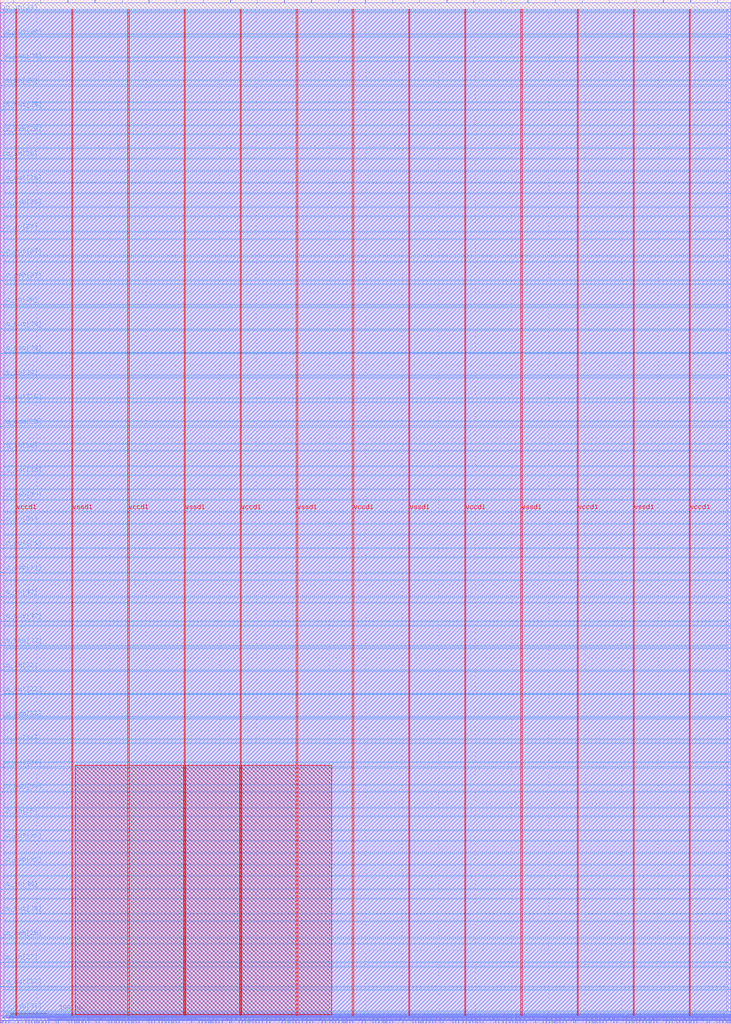
<source format=lef>
VERSION 5.7 ;
  NOWIREEXTENSIONATPIN ON ;
  DIVIDERCHAR "/" ;
  BUSBITCHARS "[]" ;
MACRO user_proj_example
  CLASS BLOCK ;
  FOREIGN user_proj_example ;
  ORIGIN 0.000 0.000 ;
  SIZE 1000.000 BY 1400.000 ;
  PIN io_in[0]
    DIRECTION INPUT ;
    USE SIGNAL ;
    PORT
      LAYER met3 ;
        RECT 996.000 15.000 1000.000 15.600 ;
    END
  END io_in[0]
  PIN io_in[10]
    DIRECTION INPUT ;
    USE SIGNAL ;
    PORT
      LAYER met3 ;
        RECT 996.000 947.960 1000.000 948.560 ;
    END
  END io_in[10]
  PIN io_in[11]
    DIRECTION INPUT ;
    USE SIGNAL ;
    PORT
      LAYER met3 ;
        RECT 996.000 1041.120 1000.000 1041.720 ;
    END
  END io_in[11]
  PIN io_in[12]
    DIRECTION INPUT ;
    USE SIGNAL ;
    PORT
      LAYER met3 ;
        RECT 996.000 1134.960 1000.000 1135.560 ;
    END
  END io_in[12]
  PIN io_in[13]
    DIRECTION INPUT ;
    USE SIGNAL ;
    PORT
      LAYER met3 ;
        RECT 996.000 1228.120 1000.000 1228.720 ;
    END
  END io_in[13]
  PIN io_in[14]
    DIRECTION INPUT ;
    USE SIGNAL ;
    PORT
      LAYER met3 ;
        RECT 996.000 1321.280 1000.000 1321.880 ;
    END
  END io_in[14]
  PIN io_in[15]
    DIRECTION INPUT ;
    USE SIGNAL ;
    PORT
      LAYER met2 ;
        RECT 981.270 1396.000 981.550 1400.000 ;
    END
  END io_in[15]
  PIN io_in[16]
    DIRECTION INPUT ;
    USE SIGNAL ;
    PORT
      LAYER met2 ;
        RECT 869.950 1396.000 870.230 1400.000 ;
    END
  END io_in[16]
  PIN io_in[17]
    DIRECTION INPUT ;
    USE SIGNAL ;
    PORT
      LAYER met2 ;
        RECT 759.090 1396.000 759.370 1400.000 ;
    END
  END io_in[17]
  PIN io_in[18]
    DIRECTION INPUT ;
    USE SIGNAL ;
    PORT
      LAYER met2 ;
        RECT 647.770 1396.000 648.050 1400.000 ;
    END
  END io_in[18]
  PIN io_in[19]
    DIRECTION INPUT ;
    USE SIGNAL ;
    PORT
      LAYER met2 ;
        RECT 536.910 1396.000 537.190 1400.000 ;
    END
  END io_in[19]
  PIN io_in[1]
    DIRECTION INPUT ;
    USE SIGNAL ;
    PORT
      LAYER met3 ;
        RECT 996.000 108.160 1000.000 108.760 ;
    END
  END io_in[1]
  PIN io_in[20]
    DIRECTION INPUT ;
    USE SIGNAL ;
    PORT
      LAYER met2 ;
        RECT 425.590 1396.000 425.870 1400.000 ;
    END
  END io_in[20]
  PIN io_in[21]
    DIRECTION INPUT ;
    USE SIGNAL ;
    PORT
      LAYER met2 ;
        RECT 314.730 1396.000 315.010 1400.000 ;
    END
  END io_in[21]
  PIN io_in[22]
    DIRECTION INPUT ;
    USE SIGNAL ;
    PORT
      LAYER met2 ;
        RECT 203.410 1396.000 203.690 1400.000 ;
    END
  END io_in[22]
  PIN io_in[23]
    DIRECTION INPUT ;
    USE SIGNAL ;
    PORT
      LAYER met2 ;
        RECT 92.550 1396.000 92.830 1400.000 ;
    END
  END io_in[23]
  PIN io_in[24]
    DIRECTION INPUT ;
    USE SIGNAL ;
    PORT
      LAYER met3 ;
        RECT 0.000 1382.480 4.000 1383.080 ;
    END
  END io_in[24]
  PIN io_in[25]
    DIRECTION INPUT ;
    USE SIGNAL ;
    PORT
      LAYER met3 ;
        RECT 0.000 1282.520 4.000 1283.120 ;
    END
  END io_in[25]
  PIN io_in[26]
    DIRECTION INPUT ;
    USE SIGNAL ;
    PORT
      LAYER met3 ;
        RECT 0.000 1182.560 4.000 1183.160 ;
    END
  END io_in[26]
  PIN io_in[27]
    DIRECTION INPUT ;
    USE SIGNAL ;
    PORT
      LAYER met3 ;
        RECT 0.000 1082.600 4.000 1083.200 ;
    END
  END io_in[27]
  PIN io_in[28]
    DIRECTION INPUT ;
    USE SIGNAL ;
    PORT
      LAYER met3 ;
        RECT 0.000 982.640 4.000 983.240 ;
    END
  END io_in[28]
  PIN io_in[29]
    DIRECTION INPUT ;
    USE SIGNAL ;
    PORT
      LAYER met3 ;
        RECT 0.000 882.680 4.000 883.280 ;
    END
  END io_in[29]
  PIN io_in[2]
    DIRECTION INPUT ;
    USE SIGNAL ;
    PORT
      LAYER met3 ;
        RECT 996.000 201.320 1000.000 201.920 ;
    END
  END io_in[2]
  PIN io_in[30]
    DIRECTION INPUT ;
    USE SIGNAL ;
    PORT
      LAYER met3 ;
        RECT 0.000 782.720 4.000 783.320 ;
    END
  END io_in[30]
  PIN io_in[31]
    DIRECTION INPUT ;
    USE SIGNAL ;
    PORT
      LAYER met3 ;
        RECT 0.000 682.760 4.000 683.360 ;
    END
  END io_in[31]
  PIN io_in[32]
    DIRECTION INPUT ;
    USE SIGNAL ;
    PORT
      LAYER met3 ;
        RECT 0.000 582.800 4.000 583.400 ;
    END
  END io_in[32]
  PIN io_in[33]
    DIRECTION INPUT ;
    USE SIGNAL ;
    PORT
      LAYER met3 ;
        RECT 0.000 482.840 4.000 483.440 ;
    END
  END io_in[33]
  PIN io_in[34]
    DIRECTION INPUT ;
    USE SIGNAL ;
    PORT
      LAYER met3 ;
        RECT 0.000 382.880 4.000 383.480 ;
    END
  END io_in[34]
  PIN io_in[35]
    DIRECTION INPUT ;
    USE SIGNAL ;
    PORT
      LAYER met3 ;
        RECT 0.000 282.920 4.000 283.520 ;
    END
  END io_in[35]
  PIN io_in[36]
    DIRECTION INPUT ;
    USE SIGNAL ;
    PORT
      LAYER met3 ;
        RECT 0.000 182.960 4.000 183.560 ;
    END
  END io_in[36]
  PIN io_in[37]
    DIRECTION INPUT ;
    USE SIGNAL ;
    PORT
      LAYER met3 ;
        RECT 0.000 83.000 4.000 83.600 ;
    END
  END io_in[37]
  PIN io_in[3]
    DIRECTION INPUT ;
    USE SIGNAL ;
    PORT
      LAYER met3 ;
        RECT 996.000 294.480 1000.000 295.080 ;
    END
  END io_in[3]
  PIN io_in[4]
    DIRECTION INPUT ;
    USE SIGNAL ;
    PORT
      LAYER met3 ;
        RECT 996.000 388.320 1000.000 388.920 ;
    END
  END io_in[4]
  PIN io_in[5]
    DIRECTION INPUT ;
    USE SIGNAL ;
    PORT
      LAYER met3 ;
        RECT 996.000 481.480 1000.000 482.080 ;
    END
  END io_in[5]
  PIN io_in[6]
    DIRECTION INPUT ;
    USE SIGNAL ;
    PORT
      LAYER met3 ;
        RECT 996.000 574.640 1000.000 575.240 ;
    END
  END io_in[6]
  PIN io_in[7]
    DIRECTION INPUT ;
    USE SIGNAL ;
    PORT
      LAYER met3 ;
        RECT 996.000 667.800 1000.000 668.400 ;
    END
  END io_in[7]
  PIN io_in[8]
    DIRECTION INPUT ;
    USE SIGNAL ;
    PORT
      LAYER met3 ;
        RECT 996.000 761.640 1000.000 762.240 ;
    END
  END io_in[8]
  PIN io_in[9]
    DIRECTION INPUT ;
    USE SIGNAL ;
    PORT
      LAYER met3 ;
        RECT 996.000 854.800 1000.000 855.400 ;
    END
  END io_in[9]
  PIN io_oeb[0]
    DIRECTION OUTPUT TRISTATE ;
    USE SIGNAL ;
    PORT
      LAYER met3 ;
        RECT 996.000 76.880 1000.000 77.480 ;
    END
  END io_oeb[0]
  PIN io_oeb[10]
    DIRECTION OUTPUT TRISTATE ;
    USE SIGNAL ;
    PORT
      LAYER met3 ;
        RECT 996.000 1010.520 1000.000 1011.120 ;
    END
  END io_oeb[10]
  PIN io_oeb[11]
    DIRECTION OUTPUT TRISTATE ;
    USE SIGNAL ;
    PORT
      LAYER met3 ;
        RECT 996.000 1103.680 1000.000 1104.280 ;
    END
  END io_oeb[11]
  PIN io_oeb[12]
    DIRECTION OUTPUT TRISTATE ;
    USE SIGNAL ;
    PORT
      LAYER met3 ;
        RECT 996.000 1196.840 1000.000 1197.440 ;
    END
  END io_oeb[12]
  PIN io_oeb[13]
    DIRECTION OUTPUT TRISTATE ;
    USE SIGNAL ;
    PORT
      LAYER met3 ;
        RECT 996.000 1290.000 1000.000 1290.600 ;
    END
  END io_oeb[13]
  PIN io_oeb[14]
    DIRECTION OUTPUT TRISTATE ;
    USE SIGNAL ;
    PORT
      LAYER met3 ;
        RECT 996.000 1383.840 1000.000 1384.440 ;
    END
  END io_oeb[14]
  PIN io_oeb[15]
    DIRECTION OUTPUT TRISTATE ;
    USE SIGNAL ;
    PORT
      LAYER met2 ;
        RECT 907.210 1396.000 907.490 1400.000 ;
    END
  END io_oeb[15]
  PIN io_oeb[16]
    DIRECTION OUTPUT TRISTATE ;
    USE SIGNAL ;
    PORT
      LAYER met2 ;
        RECT 795.890 1396.000 796.170 1400.000 ;
    END
  END io_oeb[16]
  PIN io_oeb[17]
    DIRECTION OUTPUT TRISTATE ;
    USE SIGNAL ;
    PORT
      LAYER met2 ;
        RECT 685.030 1396.000 685.310 1400.000 ;
    END
  END io_oeb[17]
  PIN io_oeb[18]
    DIRECTION OUTPUT TRISTATE ;
    USE SIGNAL ;
    PORT
      LAYER met2 ;
        RECT 573.710 1396.000 573.990 1400.000 ;
    END
  END io_oeb[18]
  PIN io_oeb[19]
    DIRECTION OUTPUT TRISTATE ;
    USE SIGNAL ;
    PORT
      LAYER met2 ;
        RECT 462.850 1396.000 463.130 1400.000 ;
    END
  END io_oeb[19]
  PIN io_oeb[1]
    DIRECTION OUTPUT TRISTATE ;
    USE SIGNAL ;
    PORT
      LAYER met3 ;
        RECT 996.000 170.040 1000.000 170.640 ;
    END
  END io_oeb[1]
  PIN io_oeb[20]
    DIRECTION OUTPUT TRISTATE ;
    USE SIGNAL ;
    PORT
      LAYER met2 ;
        RECT 351.530 1396.000 351.810 1400.000 ;
    END
  END io_oeb[20]
  PIN io_oeb[21]
    DIRECTION OUTPUT TRISTATE ;
    USE SIGNAL ;
    PORT
      LAYER met2 ;
        RECT 240.670 1396.000 240.950 1400.000 ;
    END
  END io_oeb[21]
  PIN io_oeb[22]
    DIRECTION OUTPUT TRISTATE ;
    USE SIGNAL ;
    PORT
      LAYER met2 ;
        RECT 129.350 1396.000 129.630 1400.000 ;
    END
  END io_oeb[22]
  PIN io_oeb[23]
    DIRECTION OUTPUT TRISTATE ;
    USE SIGNAL ;
    PORT
      LAYER met2 ;
        RECT 18.490 1396.000 18.770 1400.000 ;
    END
  END io_oeb[23]
  PIN io_oeb[24]
    DIRECTION OUTPUT TRISTATE ;
    USE SIGNAL ;
    PORT
      LAYER met3 ;
        RECT 0.000 1315.840 4.000 1316.440 ;
    END
  END io_oeb[24]
  PIN io_oeb[25]
    DIRECTION OUTPUT TRISTATE ;
    USE SIGNAL ;
    PORT
      LAYER met3 ;
        RECT 0.000 1215.880 4.000 1216.480 ;
    END
  END io_oeb[25]
  PIN io_oeb[26]
    DIRECTION OUTPUT TRISTATE ;
    USE SIGNAL ;
    PORT
      LAYER met3 ;
        RECT 0.000 1115.920 4.000 1116.520 ;
    END
  END io_oeb[26]
  PIN io_oeb[27]
    DIRECTION OUTPUT TRISTATE ;
    USE SIGNAL ;
    PORT
      LAYER met3 ;
        RECT 0.000 1015.960 4.000 1016.560 ;
    END
  END io_oeb[27]
  PIN io_oeb[28]
    DIRECTION OUTPUT TRISTATE ;
    USE SIGNAL ;
    PORT
      LAYER met3 ;
        RECT 0.000 916.000 4.000 916.600 ;
    END
  END io_oeb[28]
  PIN io_oeb[29]
    DIRECTION OUTPUT TRISTATE ;
    USE SIGNAL ;
    PORT
      LAYER met3 ;
        RECT 0.000 816.040 4.000 816.640 ;
    END
  END io_oeb[29]
  PIN io_oeb[2]
    DIRECTION OUTPUT TRISTATE ;
    USE SIGNAL ;
    PORT
      LAYER met3 ;
        RECT 996.000 263.880 1000.000 264.480 ;
    END
  END io_oeb[2]
  PIN io_oeb[30]
    DIRECTION OUTPUT TRISTATE ;
    USE SIGNAL ;
    PORT
      LAYER met3 ;
        RECT 0.000 716.080 4.000 716.680 ;
    END
  END io_oeb[30]
  PIN io_oeb[31]
    DIRECTION OUTPUT TRISTATE ;
    USE SIGNAL ;
    PORT
      LAYER met3 ;
        RECT 0.000 616.120 4.000 616.720 ;
    END
  END io_oeb[31]
  PIN io_oeb[32]
    DIRECTION OUTPUT TRISTATE ;
    USE SIGNAL ;
    PORT
      LAYER met3 ;
        RECT 0.000 516.160 4.000 516.760 ;
    END
  END io_oeb[32]
  PIN io_oeb[33]
    DIRECTION OUTPUT TRISTATE ;
    USE SIGNAL ;
    PORT
      LAYER met3 ;
        RECT 0.000 416.200 4.000 416.800 ;
    END
  END io_oeb[33]
  PIN io_oeb[34]
    DIRECTION OUTPUT TRISTATE ;
    USE SIGNAL ;
    PORT
      LAYER met3 ;
        RECT 0.000 316.240 4.000 316.840 ;
    END
  END io_oeb[34]
  PIN io_oeb[35]
    DIRECTION OUTPUT TRISTATE ;
    USE SIGNAL ;
    PORT
      LAYER met3 ;
        RECT 0.000 216.280 4.000 216.880 ;
    END
  END io_oeb[35]
  PIN io_oeb[36]
    DIRECTION OUTPUT TRISTATE ;
    USE SIGNAL ;
    PORT
      LAYER met3 ;
        RECT 0.000 116.320 4.000 116.920 ;
    END
  END io_oeb[36]
  PIN io_oeb[37]
    DIRECTION OUTPUT TRISTATE ;
    USE SIGNAL ;
    PORT
      LAYER met3 ;
        RECT 0.000 16.360 4.000 16.960 ;
    END
  END io_oeb[37]
  PIN io_oeb[3]
    DIRECTION OUTPUT TRISTATE ;
    USE SIGNAL ;
    PORT
      LAYER met3 ;
        RECT 996.000 357.040 1000.000 357.640 ;
    END
  END io_oeb[3]
  PIN io_oeb[4]
    DIRECTION OUTPUT TRISTATE ;
    USE SIGNAL ;
    PORT
      LAYER met3 ;
        RECT 996.000 450.200 1000.000 450.800 ;
    END
  END io_oeb[4]
  PIN io_oeb[5]
    DIRECTION OUTPUT TRISTATE ;
    USE SIGNAL ;
    PORT
      LAYER met3 ;
        RECT 996.000 543.360 1000.000 543.960 ;
    END
  END io_oeb[5]
  PIN io_oeb[6]
    DIRECTION OUTPUT TRISTATE ;
    USE SIGNAL ;
    PORT
      LAYER met3 ;
        RECT 996.000 637.200 1000.000 637.800 ;
    END
  END io_oeb[6]
  PIN io_oeb[7]
    DIRECTION OUTPUT TRISTATE ;
    USE SIGNAL ;
    PORT
      LAYER met3 ;
        RECT 996.000 730.360 1000.000 730.960 ;
    END
  END io_oeb[7]
  PIN io_oeb[8]
    DIRECTION OUTPUT TRISTATE ;
    USE SIGNAL ;
    PORT
      LAYER met3 ;
        RECT 996.000 823.520 1000.000 824.120 ;
    END
  END io_oeb[8]
  PIN io_oeb[9]
    DIRECTION OUTPUT TRISTATE ;
    USE SIGNAL ;
    PORT
      LAYER met3 ;
        RECT 996.000 916.680 1000.000 917.280 ;
    END
  END io_oeb[9]
  PIN io_out[0]
    DIRECTION OUTPUT TRISTATE ;
    USE SIGNAL ;
    PORT
      LAYER met3 ;
        RECT 996.000 45.600 1000.000 46.200 ;
    END
  END io_out[0]
  PIN io_out[10]
    DIRECTION OUTPUT TRISTATE ;
    USE SIGNAL ;
    PORT
      LAYER met3 ;
        RECT 996.000 979.240 1000.000 979.840 ;
    END
  END io_out[10]
  PIN io_out[11]
    DIRECTION OUTPUT TRISTATE ;
    USE SIGNAL ;
    PORT
      LAYER met3 ;
        RECT 996.000 1072.400 1000.000 1073.000 ;
    END
  END io_out[11]
  PIN io_out[12]
    DIRECTION OUTPUT TRISTATE ;
    USE SIGNAL ;
    PORT
      LAYER met3 ;
        RECT 996.000 1165.560 1000.000 1166.160 ;
    END
  END io_out[12]
  PIN io_out[13]
    DIRECTION OUTPUT TRISTATE ;
    USE SIGNAL ;
    PORT
      LAYER met3 ;
        RECT 996.000 1259.400 1000.000 1260.000 ;
    END
  END io_out[13]
  PIN io_out[14]
    DIRECTION OUTPUT TRISTATE ;
    USE SIGNAL ;
    PORT
      LAYER met3 ;
        RECT 996.000 1352.560 1000.000 1353.160 ;
    END
  END io_out[14]
  PIN io_out[15]
    DIRECTION OUTPUT TRISTATE ;
    USE SIGNAL ;
    PORT
      LAYER met2 ;
        RECT 944.010 1396.000 944.290 1400.000 ;
    END
  END io_out[15]
  PIN io_out[16]
    DIRECTION OUTPUT TRISTATE ;
    USE SIGNAL ;
    PORT
      LAYER met2 ;
        RECT 833.150 1396.000 833.430 1400.000 ;
    END
  END io_out[16]
  PIN io_out[17]
    DIRECTION OUTPUT TRISTATE ;
    USE SIGNAL ;
    PORT
      LAYER met2 ;
        RECT 721.830 1396.000 722.110 1400.000 ;
    END
  END io_out[17]
  PIN io_out[18]
    DIRECTION OUTPUT TRISTATE ;
    USE SIGNAL ;
    PORT
      LAYER met2 ;
        RECT 610.970 1396.000 611.250 1400.000 ;
    END
  END io_out[18]
  PIN io_out[19]
    DIRECTION OUTPUT TRISTATE ;
    USE SIGNAL ;
    PORT
      LAYER met2 ;
        RECT 499.650 1396.000 499.930 1400.000 ;
    END
  END io_out[19]
  PIN io_out[1]
    DIRECTION OUTPUT TRISTATE ;
    USE SIGNAL ;
    PORT
      LAYER met3 ;
        RECT 996.000 139.440 1000.000 140.040 ;
    END
  END io_out[1]
  PIN io_out[20]
    DIRECTION OUTPUT TRISTATE ;
    USE SIGNAL ;
    PORT
      LAYER met2 ;
        RECT 388.790 1396.000 389.070 1400.000 ;
    END
  END io_out[20]
  PIN io_out[21]
    DIRECTION OUTPUT TRISTATE ;
    USE SIGNAL ;
    PORT
      LAYER met2 ;
        RECT 277.470 1396.000 277.750 1400.000 ;
    END
  END io_out[21]
  PIN io_out[22]
    DIRECTION OUTPUT TRISTATE ;
    USE SIGNAL ;
    PORT
      LAYER met2 ;
        RECT 166.610 1396.000 166.890 1400.000 ;
    END
  END io_out[22]
  PIN io_out[23]
    DIRECTION OUTPUT TRISTATE ;
    USE SIGNAL ;
    PORT
      LAYER met2 ;
        RECT 55.290 1396.000 55.570 1400.000 ;
    END
  END io_out[23]
  PIN io_out[24]
    DIRECTION OUTPUT TRISTATE ;
    USE SIGNAL ;
    PORT
      LAYER met3 ;
        RECT 0.000 1349.160 4.000 1349.760 ;
    END
  END io_out[24]
  PIN io_out[25]
    DIRECTION OUTPUT TRISTATE ;
    USE SIGNAL ;
    PORT
      LAYER met3 ;
        RECT 0.000 1249.200 4.000 1249.800 ;
    END
  END io_out[25]
  PIN io_out[26]
    DIRECTION OUTPUT TRISTATE ;
    USE SIGNAL ;
    PORT
      LAYER met3 ;
        RECT 0.000 1149.240 4.000 1149.840 ;
    END
  END io_out[26]
  PIN io_out[27]
    DIRECTION OUTPUT TRISTATE ;
    USE SIGNAL ;
    PORT
      LAYER met3 ;
        RECT 0.000 1049.280 4.000 1049.880 ;
    END
  END io_out[27]
  PIN io_out[28]
    DIRECTION OUTPUT TRISTATE ;
    USE SIGNAL ;
    PORT
      LAYER met3 ;
        RECT 0.000 949.320 4.000 949.920 ;
    END
  END io_out[28]
  PIN io_out[29]
    DIRECTION OUTPUT TRISTATE ;
    USE SIGNAL ;
    PORT
      LAYER met3 ;
        RECT 0.000 849.360 4.000 849.960 ;
    END
  END io_out[29]
  PIN io_out[2]
    DIRECTION OUTPUT TRISTATE ;
    USE SIGNAL ;
    PORT
      LAYER met3 ;
        RECT 996.000 232.600 1000.000 233.200 ;
    END
  END io_out[2]
  PIN io_out[30]
    DIRECTION OUTPUT TRISTATE ;
    USE SIGNAL ;
    PORT
      LAYER met3 ;
        RECT 0.000 749.400 4.000 750.000 ;
    END
  END io_out[30]
  PIN io_out[31]
    DIRECTION OUTPUT TRISTATE ;
    USE SIGNAL ;
    PORT
      LAYER met3 ;
        RECT 0.000 649.440 4.000 650.040 ;
    END
  END io_out[31]
  PIN io_out[32]
    DIRECTION OUTPUT TRISTATE ;
    USE SIGNAL ;
    PORT
      LAYER met3 ;
        RECT 0.000 549.480 4.000 550.080 ;
    END
  END io_out[32]
  PIN io_out[33]
    DIRECTION OUTPUT TRISTATE ;
    USE SIGNAL ;
    PORT
      LAYER met3 ;
        RECT 0.000 449.520 4.000 450.120 ;
    END
  END io_out[33]
  PIN io_out[34]
    DIRECTION OUTPUT TRISTATE ;
    USE SIGNAL ;
    PORT
      LAYER met3 ;
        RECT 0.000 349.560 4.000 350.160 ;
    END
  END io_out[34]
  PIN io_out[35]
    DIRECTION OUTPUT TRISTATE ;
    USE SIGNAL ;
    PORT
      LAYER met3 ;
        RECT 0.000 249.600 4.000 250.200 ;
    END
  END io_out[35]
  PIN io_out[36]
    DIRECTION OUTPUT TRISTATE ;
    USE SIGNAL ;
    PORT
      LAYER met3 ;
        RECT 0.000 149.640 4.000 150.240 ;
    END
  END io_out[36]
  PIN io_out[37]
    DIRECTION OUTPUT TRISTATE ;
    USE SIGNAL ;
    PORT
      LAYER met3 ;
        RECT 0.000 49.680 4.000 50.280 ;
    END
  END io_out[37]
  PIN io_out[3]
    DIRECTION OUTPUT TRISTATE ;
    USE SIGNAL ;
    PORT
      LAYER met3 ;
        RECT 996.000 325.760 1000.000 326.360 ;
    END
  END io_out[3]
  PIN io_out[4]
    DIRECTION OUTPUT TRISTATE ;
    USE SIGNAL ;
    PORT
      LAYER met3 ;
        RECT 996.000 418.920 1000.000 419.520 ;
    END
  END io_out[4]
  PIN io_out[5]
    DIRECTION OUTPUT TRISTATE ;
    USE SIGNAL ;
    PORT
      LAYER met3 ;
        RECT 996.000 512.760 1000.000 513.360 ;
    END
  END io_out[5]
  PIN io_out[6]
    DIRECTION OUTPUT TRISTATE ;
    USE SIGNAL ;
    PORT
      LAYER met3 ;
        RECT 996.000 605.920 1000.000 606.520 ;
    END
  END io_out[6]
  PIN io_out[7]
    DIRECTION OUTPUT TRISTATE ;
    USE SIGNAL ;
    PORT
      LAYER met3 ;
        RECT 996.000 699.080 1000.000 699.680 ;
    END
  END io_out[7]
  PIN io_out[8]
    DIRECTION OUTPUT TRISTATE ;
    USE SIGNAL ;
    PORT
      LAYER met3 ;
        RECT 996.000 792.240 1000.000 792.840 ;
    END
  END io_out[8]
  PIN io_out[9]
    DIRECTION OUTPUT TRISTATE ;
    USE SIGNAL ;
    PORT
      LAYER met3 ;
        RECT 996.000 886.080 1000.000 886.680 ;
    END
  END io_out[9]
  PIN irq[0]
    DIRECTION OUTPUT TRISTATE ;
    USE SIGNAL ;
    PORT
      LAYER met2 ;
        RECT 994.610 0.000 994.890 4.000 ;
    END
  END irq[0]
  PIN irq[1]
    DIRECTION OUTPUT TRISTATE ;
    USE SIGNAL ;
    PORT
      LAYER met2 ;
        RECT 996.910 0.000 997.190 4.000 ;
    END
  END irq[1]
  PIN irq[2]
    DIRECTION OUTPUT TRISTATE ;
    USE SIGNAL ;
    PORT
      LAYER met2 ;
        RECT 998.750 0.000 999.030 4.000 ;
    END
  END irq[2]
  PIN la_data_in[0]
    DIRECTION INPUT ;
    USE SIGNAL ;
    PORT
      LAYER met2 ;
        RECT 215.830 0.000 216.110 4.000 ;
    END
  END la_data_in[0]
  PIN la_data_in[100]
    DIRECTION INPUT ;
    USE SIGNAL ;
    PORT
      LAYER met2 ;
        RECT 824.410 0.000 824.690 4.000 ;
    END
  END la_data_in[100]
  PIN la_data_in[101]
    DIRECTION INPUT ;
    USE SIGNAL ;
    PORT
      LAYER met2 ;
        RECT 830.390 0.000 830.670 4.000 ;
    END
  END la_data_in[101]
  PIN la_data_in[102]
    DIRECTION INPUT ;
    USE SIGNAL ;
    PORT
      LAYER met2 ;
        RECT 836.370 0.000 836.650 4.000 ;
    END
  END la_data_in[102]
  PIN la_data_in[103]
    DIRECTION INPUT ;
    USE SIGNAL ;
    PORT
      LAYER met2 ;
        RECT 842.810 0.000 843.090 4.000 ;
    END
  END la_data_in[103]
  PIN la_data_in[104]
    DIRECTION INPUT ;
    USE SIGNAL ;
    PORT
      LAYER met2 ;
        RECT 848.790 0.000 849.070 4.000 ;
    END
  END la_data_in[104]
  PIN la_data_in[105]
    DIRECTION INPUT ;
    USE SIGNAL ;
    PORT
      LAYER met2 ;
        RECT 854.770 0.000 855.050 4.000 ;
    END
  END la_data_in[105]
  PIN la_data_in[106]
    DIRECTION INPUT ;
    USE SIGNAL ;
    PORT
      LAYER met2 ;
        RECT 860.750 0.000 861.030 4.000 ;
    END
  END la_data_in[106]
  PIN la_data_in[107]
    DIRECTION INPUT ;
    USE SIGNAL ;
    PORT
      LAYER met2 ;
        RECT 866.730 0.000 867.010 4.000 ;
    END
  END la_data_in[107]
  PIN la_data_in[108]
    DIRECTION INPUT ;
    USE SIGNAL ;
    PORT
      LAYER met2 ;
        RECT 873.170 0.000 873.450 4.000 ;
    END
  END la_data_in[108]
  PIN la_data_in[109]
    DIRECTION INPUT ;
    USE SIGNAL ;
    PORT
      LAYER met2 ;
        RECT 879.150 0.000 879.430 4.000 ;
    END
  END la_data_in[109]
  PIN la_data_in[10]
    DIRECTION INPUT ;
    USE SIGNAL ;
    PORT
      LAYER met2 ;
        RECT 276.550 0.000 276.830 4.000 ;
    END
  END la_data_in[10]
  PIN la_data_in[110]
    DIRECTION INPUT ;
    USE SIGNAL ;
    PORT
      LAYER met2 ;
        RECT 885.130 0.000 885.410 4.000 ;
    END
  END la_data_in[110]
  PIN la_data_in[111]
    DIRECTION INPUT ;
    USE SIGNAL ;
    PORT
      LAYER met2 ;
        RECT 891.110 0.000 891.390 4.000 ;
    END
  END la_data_in[111]
  PIN la_data_in[112]
    DIRECTION INPUT ;
    USE SIGNAL ;
    PORT
      LAYER met2 ;
        RECT 897.550 0.000 897.830 4.000 ;
    END
  END la_data_in[112]
  PIN la_data_in[113]
    DIRECTION INPUT ;
    USE SIGNAL ;
    PORT
      LAYER met2 ;
        RECT 903.530 0.000 903.810 4.000 ;
    END
  END la_data_in[113]
  PIN la_data_in[114]
    DIRECTION INPUT ;
    USE SIGNAL ;
    PORT
      LAYER met2 ;
        RECT 909.510 0.000 909.790 4.000 ;
    END
  END la_data_in[114]
  PIN la_data_in[115]
    DIRECTION INPUT ;
    USE SIGNAL ;
    PORT
      LAYER met2 ;
        RECT 915.490 0.000 915.770 4.000 ;
    END
  END la_data_in[115]
  PIN la_data_in[116]
    DIRECTION INPUT ;
    USE SIGNAL ;
    PORT
      LAYER met2 ;
        RECT 921.930 0.000 922.210 4.000 ;
    END
  END la_data_in[116]
  PIN la_data_in[117]
    DIRECTION INPUT ;
    USE SIGNAL ;
    PORT
      LAYER met2 ;
        RECT 927.910 0.000 928.190 4.000 ;
    END
  END la_data_in[117]
  PIN la_data_in[118]
    DIRECTION INPUT ;
    USE SIGNAL ;
    PORT
      LAYER met2 ;
        RECT 933.890 0.000 934.170 4.000 ;
    END
  END la_data_in[118]
  PIN la_data_in[119]
    DIRECTION INPUT ;
    USE SIGNAL ;
    PORT
      LAYER met2 ;
        RECT 939.870 0.000 940.150 4.000 ;
    END
  END la_data_in[119]
  PIN la_data_in[11]
    DIRECTION INPUT ;
    USE SIGNAL ;
    PORT
      LAYER met2 ;
        RECT 282.530 0.000 282.810 4.000 ;
    END
  END la_data_in[11]
  PIN la_data_in[120]
    DIRECTION INPUT ;
    USE SIGNAL ;
    PORT
      LAYER met2 ;
        RECT 945.850 0.000 946.130 4.000 ;
    END
  END la_data_in[120]
  PIN la_data_in[121]
    DIRECTION INPUT ;
    USE SIGNAL ;
    PORT
      LAYER met2 ;
        RECT 952.290 0.000 952.570 4.000 ;
    END
  END la_data_in[121]
  PIN la_data_in[122]
    DIRECTION INPUT ;
    USE SIGNAL ;
    PORT
      LAYER met2 ;
        RECT 958.270 0.000 958.550 4.000 ;
    END
  END la_data_in[122]
  PIN la_data_in[123]
    DIRECTION INPUT ;
    USE SIGNAL ;
    PORT
      LAYER met2 ;
        RECT 964.250 0.000 964.530 4.000 ;
    END
  END la_data_in[123]
  PIN la_data_in[124]
    DIRECTION INPUT ;
    USE SIGNAL ;
    PORT
      LAYER met2 ;
        RECT 970.230 0.000 970.510 4.000 ;
    END
  END la_data_in[124]
  PIN la_data_in[125]
    DIRECTION INPUT ;
    USE SIGNAL ;
    PORT
      LAYER met2 ;
        RECT 976.670 0.000 976.950 4.000 ;
    END
  END la_data_in[125]
  PIN la_data_in[126]
    DIRECTION INPUT ;
    USE SIGNAL ;
    PORT
      LAYER met2 ;
        RECT 982.650 0.000 982.930 4.000 ;
    END
  END la_data_in[126]
  PIN la_data_in[127]
    DIRECTION INPUT ;
    USE SIGNAL ;
    PORT
      LAYER met2 ;
        RECT 988.630 0.000 988.910 4.000 ;
    END
  END la_data_in[127]
  PIN la_data_in[12]
    DIRECTION INPUT ;
    USE SIGNAL ;
    PORT
      LAYER met2 ;
        RECT 288.970 0.000 289.250 4.000 ;
    END
  END la_data_in[12]
  PIN la_data_in[13]
    DIRECTION INPUT ;
    USE SIGNAL ;
    PORT
      LAYER met2 ;
        RECT 294.950 0.000 295.230 4.000 ;
    END
  END la_data_in[13]
  PIN la_data_in[14]
    DIRECTION INPUT ;
    USE SIGNAL ;
    PORT
      LAYER met2 ;
        RECT 300.930 0.000 301.210 4.000 ;
    END
  END la_data_in[14]
  PIN la_data_in[15]
    DIRECTION INPUT ;
    USE SIGNAL ;
    PORT
      LAYER met2 ;
        RECT 306.910 0.000 307.190 4.000 ;
    END
  END la_data_in[15]
  PIN la_data_in[16]
    DIRECTION INPUT ;
    USE SIGNAL ;
    PORT
      LAYER met2 ;
        RECT 313.350 0.000 313.630 4.000 ;
    END
  END la_data_in[16]
  PIN la_data_in[17]
    DIRECTION INPUT ;
    USE SIGNAL ;
    PORT
      LAYER met2 ;
        RECT 319.330 0.000 319.610 4.000 ;
    END
  END la_data_in[17]
  PIN la_data_in[18]
    DIRECTION INPUT ;
    USE SIGNAL ;
    PORT
      LAYER met2 ;
        RECT 325.310 0.000 325.590 4.000 ;
    END
  END la_data_in[18]
  PIN la_data_in[19]
    DIRECTION INPUT ;
    USE SIGNAL ;
    PORT
      LAYER met2 ;
        RECT 331.290 0.000 331.570 4.000 ;
    END
  END la_data_in[19]
  PIN la_data_in[1]
    DIRECTION INPUT ;
    USE SIGNAL ;
    PORT
      LAYER met2 ;
        RECT 221.810 0.000 222.090 4.000 ;
    END
  END la_data_in[1]
  PIN la_data_in[20]
    DIRECTION INPUT ;
    USE SIGNAL ;
    PORT
      LAYER met2 ;
        RECT 337.730 0.000 338.010 4.000 ;
    END
  END la_data_in[20]
  PIN la_data_in[21]
    DIRECTION INPUT ;
    USE SIGNAL ;
    PORT
      LAYER met2 ;
        RECT 343.710 0.000 343.990 4.000 ;
    END
  END la_data_in[21]
  PIN la_data_in[22]
    DIRECTION INPUT ;
    USE SIGNAL ;
    PORT
      LAYER met2 ;
        RECT 349.690 0.000 349.970 4.000 ;
    END
  END la_data_in[22]
  PIN la_data_in[23]
    DIRECTION INPUT ;
    USE SIGNAL ;
    PORT
      LAYER met2 ;
        RECT 355.670 0.000 355.950 4.000 ;
    END
  END la_data_in[23]
  PIN la_data_in[24]
    DIRECTION INPUT ;
    USE SIGNAL ;
    PORT
      LAYER met2 ;
        RECT 361.650 0.000 361.930 4.000 ;
    END
  END la_data_in[24]
  PIN la_data_in[25]
    DIRECTION INPUT ;
    USE SIGNAL ;
    PORT
      LAYER met2 ;
        RECT 368.090 0.000 368.370 4.000 ;
    END
  END la_data_in[25]
  PIN la_data_in[26]
    DIRECTION INPUT ;
    USE SIGNAL ;
    PORT
      LAYER met2 ;
        RECT 374.070 0.000 374.350 4.000 ;
    END
  END la_data_in[26]
  PIN la_data_in[27]
    DIRECTION INPUT ;
    USE SIGNAL ;
    PORT
      LAYER met2 ;
        RECT 380.050 0.000 380.330 4.000 ;
    END
  END la_data_in[27]
  PIN la_data_in[28]
    DIRECTION INPUT ;
    USE SIGNAL ;
    PORT
      LAYER met2 ;
        RECT 386.030 0.000 386.310 4.000 ;
    END
  END la_data_in[28]
  PIN la_data_in[29]
    DIRECTION INPUT ;
    USE SIGNAL ;
    PORT
      LAYER met2 ;
        RECT 392.470 0.000 392.750 4.000 ;
    END
  END la_data_in[29]
  PIN la_data_in[2]
    DIRECTION INPUT ;
    USE SIGNAL ;
    PORT
      LAYER met2 ;
        RECT 227.790 0.000 228.070 4.000 ;
    END
  END la_data_in[2]
  PIN la_data_in[30]
    DIRECTION INPUT ;
    USE SIGNAL ;
    PORT
      LAYER met2 ;
        RECT 398.450 0.000 398.730 4.000 ;
    END
  END la_data_in[30]
  PIN la_data_in[31]
    DIRECTION INPUT ;
    USE SIGNAL ;
    PORT
      LAYER met2 ;
        RECT 404.430 0.000 404.710 4.000 ;
    END
  END la_data_in[31]
  PIN la_data_in[32]
    DIRECTION INPUT ;
    USE SIGNAL ;
    PORT
      LAYER met2 ;
        RECT 410.410 0.000 410.690 4.000 ;
    END
  END la_data_in[32]
  PIN la_data_in[33]
    DIRECTION INPUT ;
    USE SIGNAL ;
    PORT
      LAYER met2 ;
        RECT 416.390 0.000 416.670 4.000 ;
    END
  END la_data_in[33]
  PIN la_data_in[34]
    DIRECTION INPUT ;
    USE SIGNAL ;
    PORT
      LAYER met2 ;
        RECT 422.830 0.000 423.110 4.000 ;
    END
  END la_data_in[34]
  PIN la_data_in[35]
    DIRECTION INPUT ;
    USE SIGNAL ;
    PORT
      LAYER met2 ;
        RECT 428.810 0.000 429.090 4.000 ;
    END
  END la_data_in[35]
  PIN la_data_in[36]
    DIRECTION INPUT ;
    USE SIGNAL ;
    PORT
      LAYER met2 ;
        RECT 434.790 0.000 435.070 4.000 ;
    END
  END la_data_in[36]
  PIN la_data_in[37]
    DIRECTION INPUT ;
    USE SIGNAL ;
    PORT
      LAYER met2 ;
        RECT 440.770 0.000 441.050 4.000 ;
    END
  END la_data_in[37]
  PIN la_data_in[38]
    DIRECTION INPUT ;
    USE SIGNAL ;
    PORT
      LAYER met2 ;
        RECT 447.210 0.000 447.490 4.000 ;
    END
  END la_data_in[38]
  PIN la_data_in[39]
    DIRECTION INPUT ;
    USE SIGNAL ;
    PORT
      LAYER met2 ;
        RECT 453.190 0.000 453.470 4.000 ;
    END
  END la_data_in[39]
  PIN la_data_in[3]
    DIRECTION INPUT ;
    USE SIGNAL ;
    PORT
      LAYER met2 ;
        RECT 234.230 0.000 234.510 4.000 ;
    END
  END la_data_in[3]
  PIN la_data_in[40]
    DIRECTION INPUT ;
    USE SIGNAL ;
    PORT
      LAYER met2 ;
        RECT 459.170 0.000 459.450 4.000 ;
    END
  END la_data_in[40]
  PIN la_data_in[41]
    DIRECTION INPUT ;
    USE SIGNAL ;
    PORT
      LAYER met2 ;
        RECT 465.150 0.000 465.430 4.000 ;
    END
  END la_data_in[41]
  PIN la_data_in[42]
    DIRECTION INPUT ;
    USE SIGNAL ;
    PORT
      LAYER met2 ;
        RECT 471.590 0.000 471.870 4.000 ;
    END
  END la_data_in[42]
  PIN la_data_in[43]
    DIRECTION INPUT ;
    USE SIGNAL ;
    PORT
      LAYER met2 ;
        RECT 477.570 0.000 477.850 4.000 ;
    END
  END la_data_in[43]
  PIN la_data_in[44]
    DIRECTION INPUT ;
    USE SIGNAL ;
    PORT
      LAYER met2 ;
        RECT 483.550 0.000 483.830 4.000 ;
    END
  END la_data_in[44]
  PIN la_data_in[45]
    DIRECTION INPUT ;
    USE SIGNAL ;
    PORT
      LAYER met2 ;
        RECT 489.530 0.000 489.810 4.000 ;
    END
  END la_data_in[45]
  PIN la_data_in[46]
    DIRECTION INPUT ;
    USE SIGNAL ;
    PORT
      LAYER met2 ;
        RECT 495.510 0.000 495.790 4.000 ;
    END
  END la_data_in[46]
  PIN la_data_in[47]
    DIRECTION INPUT ;
    USE SIGNAL ;
    PORT
      LAYER met2 ;
        RECT 501.950 0.000 502.230 4.000 ;
    END
  END la_data_in[47]
  PIN la_data_in[48]
    DIRECTION INPUT ;
    USE SIGNAL ;
    PORT
      LAYER met2 ;
        RECT 507.930 0.000 508.210 4.000 ;
    END
  END la_data_in[48]
  PIN la_data_in[49]
    DIRECTION INPUT ;
    USE SIGNAL ;
    PORT
      LAYER met2 ;
        RECT 513.910 0.000 514.190 4.000 ;
    END
  END la_data_in[49]
  PIN la_data_in[4]
    DIRECTION INPUT ;
    USE SIGNAL ;
    PORT
      LAYER met2 ;
        RECT 240.210 0.000 240.490 4.000 ;
    END
  END la_data_in[4]
  PIN la_data_in[50]
    DIRECTION INPUT ;
    USE SIGNAL ;
    PORT
      LAYER met2 ;
        RECT 519.890 0.000 520.170 4.000 ;
    END
  END la_data_in[50]
  PIN la_data_in[51]
    DIRECTION INPUT ;
    USE SIGNAL ;
    PORT
      LAYER met2 ;
        RECT 526.330 0.000 526.610 4.000 ;
    END
  END la_data_in[51]
  PIN la_data_in[52]
    DIRECTION INPUT ;
    USE SIGNAL ;
    PORT
      LAYER met2 ;
        RECT 532.310 0.000 532.590 4.000 ;
    END
  END la_data_in[52]
  PIN la_data_in[53]
    DIRECTION INPUT ;
    USE SIGNAL ;
    PORT
      LAYER met2 ;
        RECT 538.290 0.000 538.570 4.000 ;
    END
  END la_data_in[53]
  PIN la_data_in[54]
    DIRECTION INPUT ;
    USE SIGNAL ;
    PORT
      LAYER met2 ;
        RECT 544.270 0.000 544.550 4.000 ;
    END
  END la_data_in[54]
  PIN la_data_in[55]
    DIRECTION INPUT ;
    USE SIGNAL ;
    PORT
      LAYER met2 ;
        RECT 550.710 0.000 550.990 4.000 ;
    END
  END la_data_in[55]
  PIN la_data_in[56]
    DIRECTION INPUT ;
    USE SIGNAL ;
    PORT
      LAYER met2 ;
        RECT 556.690 0.000 556.970 4.000 ;
    END
  END la_data_in[56]
  PIN la_data_in[57]
    DIRECTION INPUT ;
    USE SIGNAL ;
    PORT
      LAYER met2 ;
        RECT 562.670 0.000 562.950 4.000 ;
    END
  END la_data_in[57]
  PIN la_data_in[58]
    DIRECTION INPUT ;
    USE SIGNAL ;
    PORT
      LAYER met2 ;
        RECT 568.650 0.000 568.930 4.000 ;
    END
  END la_data_in[58]
  PIN la_data_in[59]
    DIRECTION INPUT ;
    USE SIGNAL ;
    PORT
      LAYER met2 ;
        RECT 574.630 0.000 574.910 4.000 ;
    END
  END la_data_in[59]
  PIN la_data_in[5]
    DIRECTION INPUT ;
    USE SIGNAL ;
    PORT
      LAYER met2 ;
        RECT 246.190 0.000 246.470 4.000 ;
    END
  END la_data_in[5]
  PIN la_data_in[60]
    DIRECTION INPUT ;
    USE SIGNAL ;
    PORT
      LAYER met2 ;
        RECT 581.070 0.000 581.350 4.000 ;
    END
  END la_data_in[60]
  PIN la_data_in[61]
    DIRECTION INPUT ;
    USE SIGNAL ;
    PORT
      LAYER met2 ;
        RECT 587.050 0.000 587.330 4.000 ;
    END
  END la_data_in[61]
  PIN la_data_in[62]
    DIRECTION INPUT ;
    USE SIGNAL ;
    PORT
      LAYER met2 ;
        RECT 593.030 0.000 593.310 4.000 ;
    END
  END la_data_in[62]
  PIN la_data_in[63]
    DIRECTION INPUT ;
    USE SIGNAL ;
    PORT
      LAYER met2 ;
        RECT 599.010 0.000 599.290 4.000 ;
    END
  END la_data_in[63]
  PIN la_data_in[64]
    DIRECTION INPUT ;
    USE SIGNAL ;
    PORT
      LAYER met2 ;
        RECT 605.450 0.000 605.730 4.000 ;
    END
  END la_data_in[64]
  PIN la_data_in[65]
    DIRECTION INPUT ;
    USE SIGNAL ;
    PORT
      LAYER met2 ;
        RECT 611.430 0.000 611.710 4.000 ;
    END
  END la_data_in[65]
  PIN la_data_in[66]
    DIRECTION INPUT ;
    USE SIGNAL ;
    PORT
      LAYER met2 ;
        RECT 617.410 0.000 617.690 4.000 ;
    END
  END la_data_in[66]
  PIN la_data_in[67]
    DIRECTION INPUT ;
    USE SIGNAL ;
    PORT
      LAYER met2 ;
        RECT 623.390 0.000 623.670 4.000 ;
    END
  END la_data_in[67]
  PIN la_data_in[68]
    DIRECTION INPUT ;
    USE SIGNAL ;
    PORT
      LAYER met2 ;
        RECT 629.830 0.000 630.110 4.000 ;
    END
  END la_data_in[68]
  PIN la_data_in[69]
    DIRECTION INPUT ;
    USE SIGNAL ;
    PORT
      LAYER met2 ;
        RECT 635.810 0.000 636.090 4.000 ;
    END
  END la_data_in[69]
  PIN la_data_in[6]
    DIRECTION INPUT ;
    USE SIGNAL ;
    PORT
      LAYER met2 ;
        RECT 252.170 0.000 252.450 4.000 ;
    END
  END la_data_in[6]
  PIN la_data_in[70]
    DIRECTION INPUT ;
    USE SIGNAL ;
    PORT
      LAYER met2 ;
        RECT 641.790 0.000 642.070 4.000 ;
    END
  END la_data_in[70]
  PIN la_data_in[71]
    DIRECTION INPUT ;
    USE SIGNAL ;
    PORT
      LAYER met2 ;
        RECT 647.770 0.000 648.050 4.000 ;
    END
  END la_data_in[71]
  PIN la_data_in[72]
    DIRECTION INPUT ;
    USE SIGNAL ;
    PORT
      LAYER met2 ;
        RECT 653.750 0.000 654.030 4.000 ;
    END
  END la_data_in[72]
  PIN la_data_in[73]
    DIRECTION INPUT ;
    USE SIGNAL ;
    PORT
      LAYER met2 ;
        RECT 660.190 0.000 660.470 4.000 ;
    END
  END la_data_in[73]
  PIN la_data_in[74]
    DIRECTION INPUT ;
    USE SIGNAL ;
    PORT
      LAYER met2 ;
        RECT 666.170 0.000 666.450 4.000 ;
    END
  END la_data_in[74]
  PIN la_data_in[75]
    DIRECTION INPUT ;
    USE SIGNAL ;
    PORT
      LAYER met2 ;
        RECT 672.150 0.000 672.430 4.000 ;
    END
  END la_data_in[75]
  PIN la_data_in[76]
    DIRECTION INPUT ;
    USE SIGNAL ;
    PORT
      LAYER met2 ;
        RECT 678.130 0.000 678.410 4.000 ;
    END
  END la_data_in[76]
  PIN la_data_in[77]
    DIRECTION INPUT ;
    USE SIGNAL ;
    PORT
      LAYER met2 ;
        RECT 684.570 0.000 684.850 4.000 ;
    END
  END la_data_in[77]
  PIN la_data_in[78]
    DIRECTION INPUT ;
    USE SIGNAL ;
    PORT
      LAYER met2 ;
        RECT 690.550 0.000 690.830 4.000 ;
    END
  END la_data_in[78]
  PIN la_data_in[79]
    DIRECTION INPUT ;
    USE SIGNAL ;
    PORT
      LAYER met2 ;
        RECT 696.530 0.000 696.810 4.000 ;
    END
  END la_data_in[79]
  PIN la_data_in[7]
    DIRECTION INPUT ;
    USE SIGNAL ;
    PORT
      LAYER met2 ;
        RECT 258.610 0.000 258.890 4.000 ;
    END
  END la_data_in[7]
  PIN la_data_in[80]
    DIRECTION INPUT ;
    USE SIGNAL ;
    PORT
      LAYER met2 ;
        RECT 702.510 0.000 702.790 4.000 ;
    END
  END la_data_in[80]
  PIN la_data_in[81]
    DIRECTION INPUT ;
    USE SIGNAL ;
    PORT
      LAYER met2 ;
        RECT 708.490 0.000 708.770 4.000 ;
    END
  END la_data_in[81]
  PIN la_data_in[82]
    DIRECTION INPUT ;
    USE SIGNAL ;
    PORT
      LAYER met2 ;
        RECT 714.930 0.000 715.210 4.000 ;
    END
  END la_data_in[82]
  PIN la_data_in[83]
    DIRECTION INPUT ;
    USE SIGNAL ;
    PORT
      LAYER met2 ;
        RECT 720.910 0.000 721.190 4.000 ;
    END
  END la_data_in[83]
  PIN la_data_in[84]
    DIRECTION INPUT ;
    USE SIGNAL ;
    PORT
      LAYER met2 ;
        RECT 726.890 0.000 727.170 4.000 ;
    END
  END la_data_in[84]
  PIN la_data_in[85]
    DIRECTION INPUT ;
    USE SIGNAL ;
    PORT
      LAYER met2 ;
        RECT 732.870 0.000 733.150 4.000 ;
    END
  END la_data_in[85]
  PIN la_data_in[86]
    DIRECTION INPUT ;
    USE SIGNAL ;
    PORT
      LAYER met2 ;
        RECT 739.310 0.000 739.590 4.000 ;
    END
  END la_data_in[86]
  PIN la_data_in[87]
    DIRECTION INPUT ;
    USE SIGNAL ;
    PORT
      LAYER met2 ;
        RECT 745.290 0.000 745.570 4.000 ;
    END
  END la_data_in[87]
  PIN la_data_in[88]
    DIRECTION INPUT ;
    USE SIGNAL ;
    PORT
      LAYER met2 ;
        RECT 751.270 0.000 751.550 4.000 ;
    END
  END la_data_in[88]
  PIN la_data_in[89]
    DIRECTION INPUT ;
    USE SIGNAL ;
    PORT
      LAYER met2 ;
        RECT 757.250 0.000 757.530 4.000 ;
    END
  END la_data_in[89]
  PIN la_data_in[8]
    DIRECTION INPUT ;
    USE SIGNAL ;
    PORT
      LAYER met2 ;
        RECT 264.590 0.000 264.870 4.000 ;
    END
  END la_data_in[8]
  PIN la_data_in[90]
    DIRECTION INPUT ;
    USE SIGNAL ;
    PORT
      LAYER met2 ;
        RECT 763.690 0.000 763.970 4.000 ;
    END
  END la_data_in[90]
  PIN la_data_in[91]
    DIRECTION INPUT ;
    USE SIGNAL ;
    PORT
      LAYER met2 ;
        RECT 769.670 0.000 769.950 4.000 ;
    END
  END la_data_in[91]
  PIN la_data_in[92]
    DIRECTION INPUT ;
    USE SIGNAL ;
    PORT
      LAYER met2 ;
        RECT 775.650 0.000 775.930 4.000 ;
    END
  END la_data_in[92]
  PIN la_data_in[93]
    DIRECTION INPUT ;
    USE SIGNAL ;
    PORT
      LAYER met2 ;
        RECT 781.630 0.000 781.910 4.000 ;
    END
  END la_data_in[93]
  PIN la_data_in[94]
    DIRECTION INPUT ;
    USE SIGNAL ;
    PORT
      LAYER met2 ;
        RECT 787.610 0.000 787.890 4.000 ;
    END
  END la_data_in[94]
  PIN la_data_in[95]
    DIRECTION INPUT ;
    USE SIGNAL ;
    PORT
      LAYER met2 ;
        RECT 794.050 0.000 794.330 4.000 ;
    END
  END la_data_in[95]
  PIN la_data_in[96]
    DIRECTION INPUT ;
    USE SIGNAL ;
    PORT
      LAYER met2 ;
        RECT 800.030 0.000 800.310 4.000 ;
    END
  END la_data_in[96]
  PIN la_data_in[97]
    DIRECTION INPUT ;
    USE SIGNAL ;
    PORT
      LAYER met2 ;
        RECT 806.010 0.000 806.290 4.000 ;
    END
  END la_data_in[97]
  PIN la_data_in[98]
    DIRECTION INPUT ;
    USE SIGNAL ;
    PORT
      LAYER met2 ;
        RECT 811.990 0.000 812.270 4.000 ;
    END
  END la_data_in[98]
  PIN la_data_in[99]
    DIRECTION INPUT ;
    USE SIGNAL ;
    PORT
      LAYER met2 ;
        RECT 818.430 0.000 818.710 4.000 ;
    END
  END la_data_in[99]
  PIN la_data_in[9]
    DIRECTION INPUT ;
    USE SIGNAL ;
    PORT
      LAYER met2 ;
        RECT 270.570 0.000 270.850 4.000 ;
    END
  END la_data_in[9]
  PIN la_data_out[0]
    DIRECTION OUTPUT TRISTATE ;
    USE SIGNAL ;
    PORT
      LAYER met2 ;
        RECT 217.670 0.000 217.950 4.000 ;
    END
  END la_data_out[0]
  PIN la_data_out[100]
    DIRECTION OUTPUT TRISTATE ;
    USE SIGNAL ;
    PORT
      LAYER met2 ;
        RECT 826.250 0.000 826.530 4.000 ;
    END
  END la_data_out[100]
  PIN la_data_out[101]
    DIRECTION OUTPUT TRISTATE ;
    USE SIGNAL ;
    PORT
      LAYER met2 ;
        RECT 832.230 0.000 832.510 4.000 ;
    END
  END la_data_out[101]
  PIN la_data_out[102]
    DIRECTION OUTPUT TRISTATE ;
    USE SIGNAL ;
    PORT
      LAYER met2 ;
        RECT 838.670 0.000 838.950 4.000 ;
    END
  END la_data_out[102]
  PIN la_data_out[103]
    DIRECTION OUTPUT TRISTATE ;
    USE SIGNAL ;
    PORT
      LAYER met2 ;
        RECT 844.650 0.000 844.930 4.000 ;
    END
  END la_data_out[103]
  PIN la_data_out[104]
    DIRECTION OUTPUT TRISTATE ;
    USE SIGNAL ;
    PORT
      LAYER met2 ;
        RECT 850.630 0.000 850.910 4.000 ;
    END
  END la_data_out[104]
  PIN la_data_out[105]
    DIRECTION OUTPUT TRISTATE ;
    USE SIGNAL ;
    PORT
      LAYER met2 ;
        RECT 856.610 0.000 856.890 4.000 ;
    END
  END la_data_out[105]
  PIN la_data_out[106]
    DIRECTION OUTPUT TRISTATE ;
    USE SIGNAL ;
    PORT
      LAYER met2 ;
        RECT 863.050 0.000 863.330 4.000 ;
    END
  END la_data_out[106]
  PIN la_data_out[107]
    DIRECTION OUTPUT TRISTATE ;
    USE SIGNAL ;
    PORT
      LAYER met2 ;
        RECT 869.030 0.000 869.310 4.000 ;
    END
  END la_data_out[107]
  PIN la_data_out[108]
    DIRECTION OUTPUT TRISTATE ;
    USE SIGNAL ;
    PORT
      LAYER met2 ;
        RECT 875.010 0.000 875.290 4.000 ;
    END
  END la_data_out[108]
  PIN la_data_out[109]
    DIRECTION OUTPUT TRISTATE ;
    USE SIGNAL ;
    PORT
      LAYER met2 ;
        RECT 880.990 0.000 881.270 4.000 ;
    END
  END la_data_out[109]
  PIN la_data_out[10]
    DIRECTION OUTPUT TRISTATE ;
    USE SIGNAL ;
    PORT
      LAYER met2 ;
        RECT 278.850 0.000 279.130 4.000 ;
    END
  END la_data_out[10]
  PIN la_data_out[110]
    DIRECTION OUTPUT TRISTATE ;
    USE SIGNAL ;
    PORT
      LAYER met2 ;
        RECT 887.430 0.000 887.710 4.000 ;
    END
  END la_data_out[110]
  PIN la_data_out[111]
    DIRECTION OUTPUT TRISTATE ;
    USE SIGNAL ;
    PORT
      LAYER met2 ;
        RECT 893.410 0.000 893.690 4.000 ;
    END
  END la_data_out[111]
  PIN la_data_out[112]
    DIRECTION OUTPUT TRISTATE ;
    USE SIGNAL ;
    PORT
      LAYER met2 ;
        RECT 899.390 0.000 899.670 4.000 ;
    END
  END la_data_out[112]
  PIN la_data_out[113]
    DIRECTION OUTPUT TRISTATE ;
    USE SIGNAL ;
    PORT
      LAYER met2 ;
        RECT 905.370 0.000 905.650 4.000 ;
    END
  END la_data_out[113]
  PIN la_data_out[114]
    DIRECTION OUTPUT TRISTATE ;
    USE SIGNAL ;
    PORT
      LAYER met2 ;
        RECT 911.350 0.000 911.630 4.000 ;
    END
  END la_data_out[114]
  PIN la_data_out[115]
    DIRECTION OUTPUT TRISTATE ;
    USE SIGNAL ;
    PORT
      LAYER met2 ;
        RECT 917.790 0.000 918.070 4.000 ;
    END
  END la_data_out[115]
  PIN la_data_out[116]
    DIRECTION OUTPUT TRISTATE ;
    USE SIGNAL ;
    PORT
      LAYER met2 ;
        RECT 923.770 0.000 924.050 4.000 ;
    END
  END la_data_out[116]
  PIN la_data_out[117]
    DIRECTION OUTPUT TRISTATE ;
    USE SIGNAL ;
    PORT
      LAYER met2 ;
        RECT 929.750 0.000 930.030 4.000 ;
    END
  END la_data_out[117]
  PIN la_data_out[118]
    DIRECTION OUTPUT TRISTATE ;
    USE SIGNAL ;
    PORT
      LAYER met2 ;
        RECT 935.730 0.000 936.010 4.000 ;
    END
  END la_data_out[118]
  PIN la_data_out[119]
    DIRECTION OUTPUT TRISTATE ;
    USE SIGNAL ;
    PORT
      LAYER met2 ;
        RECT 942.170 0.000 942.450 4.000 ;
    END
  END la_data_out[119]
  PIN la_data_out[11]
    DIRECTION OUTPUT TRISTATE ;
    USE SIGNAL ;
    PORT
      LAYER met2 ;
        RECT 284.830 0.000 285.110 4.000 ;
    END
  END la_data_out[11]
  PIN la_data_out[120]
    DIRECTION OUTPUT TRISTATE ;
    USE SIGNAL ;
    PORT
      LAYER met2 ;
        RECT 948.150 0.000 948.430 4.000 ;
    END
  END la_data_out[120]
  PIN la_data_out[121]
    DIRECTION OUTPUT TRISTATE ;
    USE SIGNAL ;
    PORT
      LAYER met2 ;
        RECT 954.130 0.000 954.410 4.000 ;
    END
  END la_data_out[121]
  PIN la_data_out[122]
    DIRECTION OUTPUT TRISTATE ;
    USE SIGNAL ;
    PORT
      LAYER met2 ;
        RECT 960.110 0.000 960.390 4.000 ;
    END
  END la_data_out[122]
  PIN la_data_out[123]
    DIRECTION OUTPUT TRISTATE ;
    USE SIGNAL ;
    PORT
      LAYER met2 ;
        RECT 966.550 0.000 966.830 4.000 ;
    END
  END la_data_out[123]
  PIN la_data_out[124]
    DIRECTION OUTPUT TRISTATE ;
    USE SIGNAL ;
    PORT
      LAYER met2 ;
        RECT 972.530 0.000 972.810 4.000 ;
    END
  END la_data_out[124]
  PIN la_data_out[125]
    DIRECTION OUTPUT TRISTATE ;
    USE SIGNAL ;
    PORT
      LAYER met2 ;
        RECT 978.510 0.000 978.790 4.000 ;
    END
  END la_data_out[125]
  PIN la_data_out[126]
    DIRECTION OUTPUT TRISTATE ;
    USE SIGNAL ;
    PORT
      LAYER met2 ;
        RECT 984.490 0.000 984.770 4.000 ;
    END
  END la_data_out[126]
  PIN la_data_out[127]
    DIRECTION OUTPUT TRISTATE ;
    USE SIGNAL ;
    PORT
      LAYER met2 ;
        RECT 990.470 0.000 990.750 4.000 ;
    END
  END la_data_out[127]
  PIN la_data_out[12]
    DIRECTION OUTPUT TRISTATE ;
    USE SIGNAL ;
    PORT
      LAYER met2 ;
        RECT 290.810 0.000 291.090 4.000 ;
    END
  END la_data_out[12]
  PIN la_data_out[13]
    DIRECTION OUTPUT TRISTATE ;
    USE SIGNAL ;
    PORT
      LAYER met2 ;
        RECT 296.790 0.000 297.070 4.000 ;
    END
  END la_data_out[13]
  PIN la_data_out[14]
    DIRECTION OUTPUT TRISTATE ;
    USE SIGNAL ;
    PORT
      LAYER met2 ;
        RECT 303.230 0.000 303.510 4.000 ;
    END
  END la_data_out[14]
  PIN la_data_out[15]
    DIRECTION OUTPUT TRISTATE ;
    USE SIGNAL ;
    PORT
      LAYER met2 ;
        RECT 309.210 0.000 309.490 4.000 ;
    END
  END la_data_out[15]
  PIN la_data_out[16]
    DIRECTION OUTPUT TRISTATE ;
    USE SIGNAL ;
    PORT
      LAYER met2 ;
        RECT 315.190 0.000 315.470 4.000 ;
    END
  END la_data_out[16]
  PIN la_data_out[17]
    DIRECTION OUTPUT TRISTATE ;
    USE SIGNAL ;
    PORT
      LAYER met2 ;
        RECT 321.170 0.000 321.450 4.000 ;
    END
  END la_data_out[17]
  PIN la_data_out[18]
    DIRECTION OUTPUT TRISTATE ;
    USE SIGNAL ;
    PORT
      LAYER met2 ;
        RECT 327.150 0.000 327.430 4.000 ;
    END
  END la_data_out[18]
  PIN la_data_out[19]
    DIRECTION OUTPUT TRISTATE ;
    USE SIGNAL ;
    PORT
      LAYER met2 ;
        RECT 333.590 0.000 333.870 4.000 ;
    END
  END la_data_out[19]
  PIN la_data_out[1]
    DIRECTION OUTPUT TRISTATE ;
    USE SIGNAL ;
    PORT
      LAYER met2 ;
        RECT 224.110 0.000 224.390 4.000 ;
    END
  END la_data_out[1]
  PIN la_data_out[20]
    DIRECTION OUTPUT TRISTATE ;
    USE SIGNAL ;
    PORT
      LAYER met2 ;
        RECT 339.570 0.000 339.850 4.000 ;
    END
  END la_data_out[20]
  PIN la_data_out[21]
    DIRECTION OUTPUT TRISTATE ;
    USE SIGNAL ;
    PORT
      LAYER met2 ;
        RECT 345.550 0.000 345.830 4.000 ;
    END
  END la_data_out[21]
  PIN la_data_out[22]
    DIRECTION OUTPUT TRISTATE ;
    USE SIGNAL ;
    PORT
      LAYER met2 ;
        RECT 351.530 0.000 351.810 4.000 ;
    END
  END la_data_out[22]
  PIN la_data_out[23]
    DIRECTION OUTPUT TRISTATE ;
    USE SIGNAL ;
    PORT
      LAYER met2 ;
        RECT 357.970 0.000 358.250 4.000 ;
    END
  END la_data_out[23]
  PIN la_data_out[24]
    DIRECTION OUTPUT TRISTATE ;
    USE SIGNAL ;
    PORT
      LAYER met2 ;
        RECT 363.950 0.000 364.230 4.000 ;
    END
  END la_data_out[24]
  PIN la_data_out[25]
    DIRECTION OUTPUT TRISTATE ;
    USE SIGNAL ;
    PORT
      LAYER met2 ;
        RECT 369.930 0.000 370.210 4.000 ;
    END
  END la_data_out[25]
  PIN la_data_out[26]
    DIRECTION OUTPUT TRISTATE ;
    USE SIGNAL ;
    PORT
      LAYER met2 ;
        RECT 375.910 0.000 376.190 4.000 ;
    END
  END la_data_out[26]
  PIN la_data_out[27]
    DIRECTION OUTPUT TRISTATE ;
    USE SIGNAL ;
    PORT
      LAYER met2 ;
        RECT 382.350 0.000 382.630 4.000 ;
    END
  END la_data_out[27]
  PIN la_data_out[28]
    DIRECTION OUTPUT TRISTATE ;
    USE SIGNAL ;
    PORT
      LAYER met2 ;
        RECT 388.330 0.000 388.610 4.000 ;
    END
  END la_data_out[28]
  PIN la_data_out[29]
    DIRECTION OUTPUT TRISTATE ;
    USE SIGNAL ;
    PORT
      LAYER met2 ;
        RECT 394.310 0.000 394.590 4.000 ;
    END
  END la_data_out[29]
  PIN la_data_out[2]
    DIRECTION OUTPUT TRISTATE ;
    USE SIGNAL ;
    PORT
      LAYER met2 ;
        RECT 230.090 0.000 230.370 4.000 ;
    END
  END la_data_out[2]
  PIN la_data_out[30]
    DIRECTION OUTPUT TRISTATE ;
    USE SIGNAL ;
    PORT
      LAYER met2 ;
        RECT 400.290 0.000 400.570 4.000 ;
    END
  END la_data_out[30]
  PIN la_data_out[31]
    DIRECTION OUTPUT TRISTATE ;
    USE SIGNAL ;
    PORT
      LAYER met2 ;
        RECT 406.270 0.000 406.550 4.000 ;
    END
  END la_data_out[31]
  PIN la_data_out[32]
    DIRECTION OUTPUT TRISTATE ;
    USE SIGNAL ;
    PORT
      LAYER met2 ;
        RECT 412.710 0.000 412.990 4.000 ;
    END
  END la_data_out[32]
  PIN la_data_out[33]
    DIRECTION OUTPUT TRISTATE ;
    USE SIGNAL ;
    PORT
      LAYER met2 ;
        RECT 418.690 0.000 418.970 4.000 ;
    END
  END la_data_out[33]
  PIN la_data_out[34]
    DIRECTION OUTPUT TRISTATE ;
    USE SIGNAL ;
    PORT
      LAYER met2 ;
        RECT 424.670 0.000 424.950 4.000 ;
    END
  END la_data_out[34]
  PIN la_data_out[35]
    DIRECTION OUTPUT TRISTATE ;
    USE SIGNAL ;
    PORT
      LAYER met2 ;
        RECT 430.650 0.000 430.930 4.000 ;
    END
  END la_data_out[35]
  PIN la_data_out[36]
    DIRECTION OUTPUT TRISTATE ;
    USE SIGNAL ;
    PORT
      LAYER met2 ;
        RECT 437.090 0.000 437.370 4.000 ;
    END
  END la_data_out[36]
  PIN la_data_out[37]
    DIRECTION OUTPUT TRISTATE ;
    USE SIGNAL ;
    PORT
      LAYER met2 ;
        RECT 443.070 0.000 443.350 4.000 ;
    END
  END la_data_out[37]
  PIN la_data_out[38]
    DIRECTION OUTPUT TRISTATE ;
    USE SIGNAL ;
    PORT
      LAYER met2 ;
        RECT 449.050 0.000 449.330 4.000 ;
    END
  END la_data_out[38]
  PIN la_data_out[39]
    DIRECTION OUTPUT TRISTATE ;
    USE SIGNAL ;
    PORT
      LAYER met2 ;
        RECT 455.030 0.000 455.310 4.000 ;
    END
  END la_data_out[39]
  PIN la_data_out[3]
    DIRECTION OUTPUT TRISTATE ;
    USE SIGNAL ;
    PORT
      LAYER met2 ;
        RECT 236.070 0.000 236.350 4.000 ;
    END
  END la_data_out[3]
  PIN la_data_out[40]
    DIRECTION OUTPUT TRISTATE ;
    USE SIGNAL ;
    PORT
      LAYER met2 ;
        RECT 461.470 0.000 461.750 4.000 ;
    END
  END la_data_out[40]
  PIN la_data_out[41]
    DIRECTION OUTPUT TRISTATE ;
    USE SIGNAL ;
    PORT
      LAYER met2 ;
        RECT 467.450 0.000 467.730 4.000 ;
    END
  END la_data_out[41]
  PIN la_data_out[42]
    DIRECTION OUTPUT TRISTATE ;
    USE SIGNAL ;
    PORT
      LAYER met2 ;
        RECT 473.430 0.000 473.710 4.000 ;
    END
  END la_data_out[42]
  PIN la_data_out[43]
    DIRECTION OUTPUT TRISTATE ;
    USE SIGNAL ;
    PORT
      LAYER met2 ;
        RECT 479.410 0.000 479.690 4.000 ;
    END
  END la_data_out[43]
  PIN la_data_out[44]
    DIRECTION OUTPUT TRISTATE ;
    USE SIGNAL ;
    PORT
      LAYER met2 ;
        RECT 485.390 0.000 485.670 4.000 ;
    END
  END la_data_out[44]
  PIN la_data_out[45]
    DIRECTION OUTPUT TRISTATE ;
    USE SIGNAL ;
    PORT
      LAYER met2 ;
        RECT 491.830 0.000 492.110 4.000 ;
    END
  END la_data_out[45]
  PIN la_data_out[46]
    DIRECTION OUTPUT TRISTATE ;
    USE SIGNAL ;
    PORT
      LAYER met2 ;
        RECT 497.810 0.000 498.090 4.000 ;
    END
  END la_data_out[46]
  PIN la_data_out[47]
    DIRECTION OUTPUT TRISTATE ;
    USE SIGNAL ;
    PORT
      LAYER met2 ;
        RECT 503.790 0.000 504.070 4.000 ;
    END
  END la_data_out[47]
  PIN la_data_out[48]
    DIRECTION OUTPUT TRISTATE ;
    USE SIGNAL ;
    PORT
      LAYER met2 ;
        RECT 509.770 0.000 510.050 4.000 ;
    END
  END la_data_out[48]
  PIN la_data_out[49]
    DIRECTION OUTPUT TRISTATE ;
    USE SIGNAL ;
    PORT
      LAYER met2 ;
        RECT 516.210 0.000 516.490 4.000 ;
    END
  END la_data_out[49]
  PIN la_data_out[4]
    DIRECTION OUTPUT TRISTATE ;
    USE SIGNAL ;
    PORT
      LAYER met2 ;
        RECT 242.050 0.000 242.330 4.000 ;
    END
  END la_data_out[4]
  PIN la_data_out[50]
    DIRECTION OUTPUT TRISTATE ;
    USE SIGNAL ;
    PORT
      LAYER met2 ;
        RECT 522.190 0.000 522.470 4.000 ;
    END
  END la_data_out[50]
  PIN la_data_out[51]
    DIRECTION OUTPUT TRISTATE ;
    USE SIGNAL ;
    PORT
      LAYER met2 ;
        RECT 528.170 0.000 528.450 4.000 ;
    END
  END la_data_out[51]
  PIN la_data_out[52]
    DIRECTION OUTPUT TRISTATE ;
    USE SIGNAL ;
    PORT
      LAYER met2 ;
        RECT 534.150 0.000 534.430 4.000 ;
    END
  END la_data_out[52]
  PIN la_data_out[53]
    DIRECTION OUTPUT TRISTATE ;
    USE SIGNAL ;
    PORT
      LAYER met2 ;
        RECT 540.130 0.000 540.410 4.000 ;
    END
  END la_data_out[53]
  PIN la_data_out[54]
    DIRECTION OUTPUT TRISTATE ;
    USE SIGNAL ;
    PORT
      LAYER met2 ;
        RECT 546.570 0.000 546.850 4.000 ;
    END
  END la_data_out[54]
  PIN la_data_out[55]
    DIRECTION OUTPUT TRISTATE ;
    USE SIGNAL ;
    PORT
      LAYER met2 ;
        RECT 552.550 0.000 552.830 4.000 ;
    END
  END la_data_out[55]
  PIN la_data_out[56]
    DIRECTION OUTPUT TRISTATE ;
    USE SIGNAL ;
    PORT
      LAYER met2 ;
        RECT 558.530 0.000 558.810 4.000 ;
    END
  END la_data_out[56]
  PIN la_data_out[57]
    DIRECTION OUTPUT TRISTATE ;
    USE SIGNAL ;
    PORT
      LAYER met2 ;
        RECT 564.510 0.000 564.790 4.000 ;
    END
  END la_data_out[57]
  PIN la_data_out[58]
    DIRECTION OUTPUT TRISTATE ;
    USE SIGNAL ;
    PORT
      LAYER met2 ;
        RECT 570.950 0.000 571.230 4.000 ;
    END
  END la_data_out[58]
  PIN la_data_out[59]
    DIRECTION OUTPUT TRISTATE ;
    USE SIGNAL ;
    PORT
      LAYER met2 ;
        RECT 576.930 0.000 577.210 4.000 ;
    END
  END la_data_out[59]
  PIN la_data_out[5]
    DIRECTION OUTPUT TRISTATE ;
    USE SIGNAL ;
    PORT
      LAYER met2 ;
        RECT 248.030 0.000 248.310 4.000 ;
    END
  END la_data_out[5]
  PIN la_data_out[60]
    DIRECTION OUTPUT TRISTATE ;
    USE SIGNAL ;
    PORT
      LAYER met2 ;
        RECT 582.910 0.000 583.190 4.000 ;
    END
  END la_data_out[60]
  PIN la_data_out[61]
    DIRECTION OUTPUT TRISTATE ;
    USE SIGNAL ;
    PORT
      LAYER met2 ;
        RECT 588.890 0.000 589.170 4.000 ;
    END
  END la_data_out[61]
  PIN la_data_out[62]
    DIRECTION OUTPUT TRISTATE ;
    USE SIGNAL ;
    PORT
      LAYER met2 ;
        RECT 595.330 0.000 595.610 4.000 ;
    END
  END la_data_out[62]
  PIN la_data_out[63]
    DIRECTION OUTPUT TRISTATE ;
    USE SIGNAL ;
    PORT
      LAYER met2 ;
        RECT 601.310 0.000 601.590 4.000 ;
    END
  END la_data_out[63]
  PIN la_data_out[64]
    DIRECTION OUTPUT TRISTATE ;
    USE SIGNAL ;
    PORT
      LAYER met2 ;
        RECT 607.290 0.000 607.570 4.000 ;
    END
  END la_data_out[64]
  PIN la_data_out[65]
    DIRECTION OUTPUT TRISTATE ;
    USE SIGNAL ;
    PORT
      LAYER met2 ;
        RECT 613.270 0.000 613.550 4.000 ;
    END
  END la_data_out[65]
  PIN la_data_out[66]
    DIRECTION OUTPUT TRISTATE ;
    USE SIGNAL ;
    PORT
      LAYER met2 ;
        RECT 619.250 0.000 619.530 4.000 ;
    END
  END la_data_out[66]
  PIN la_data_out[67]
    DIRECTION OUTPUT TRISTATE ;
    USE SIGNAL ;
    PORT
      LAYER met2 ;
        RECT 625.690 0.000 625.970 4.000 ;
    END
  END la_data_out[67]
  PIN la_data_out[68]
    DIRECTION OUTPUT TRISTATE ;
    USE SIGNAL ;
    PORT
      LAYER met2 ;
        RECT 631.670 0.000 631.950 4.000 ;
    END
  END la_data_out[68]
  PIN la_data_out[69]
    DIRECTION OUTPUT TRISTATE ;
    USE SIGNAL ;
    PORT
      LAYER met2 ;
        RECT 637.650 0.000 637.930 4.000 ;
    END
  END la_data_out[69]
  PIN la_data_out[6]
    DIRECTION OUTPUT TRISTATE ;
    USE SIGNAL ;
    PORT
      LAYER met2 ;
        RECT 254.470 0.000 254.750 4.000 ;
    END
  END la_data_out[6]
  PIN la_data_out[70]
    DIRECTION OUTPUT TRISTATE ;
    USE SIGNAL ;
    PORT
      LAYER met2 ;
        RECT 643.630 0.000 643.910 4.000 ;
    END
  END la_data_out[70]
  PIN la_data_out[71]
    DIRECTION OUTPUT TRISTATE ;
    USE SIGNAL ;
    PORT
      LAYER met2 ;
        RECT 650.070 0.000 650.350 4.000 ;
    END
  END la_data_out[71]
  PIN la_data_out[72]
    DIRECTION OUTPUT TRISTATE ;
    USE SIGNAL ;
    PORT
      LAYER met2 ;
        RECT 656.050 0.000 656.330 4.000 ;
    END
  END la_data_out[72]
  PIN la_data_out[73]
    DIRECTION OUTPUT TRISTATE ;
    USE SIGNAL ;
    PORT
      LAYER met2 ;
        RECT 662.030 0.000 662.310 4.000 ;
    END
  END la_data_out[73]
  PIN la_data_out[74]
    DIRECTION OUTPUT TRISTATE ;
    USE SIGNAL ;
    PORT
      LAYER met2 ;
        RECT 668.010 0.000 668.290 4.000 ;
    END
  END la_data_out[74]
  PIN la_data_out[75]
    DIRECTION OUTPUT TRISTATE ;
    USE SIGNAL ;
    PORT
      LAYER met2 ;
        RECT 674.450 0.000 674.730 4.000 ;
    END
  END la_data_out[75]
  PIN la_data_out[76]
    DIRECTION OUTPUT TRISTATE ;
    USE SIGNAL ;
    PORT
      LAYER met2 ;
        RECT 680.430 0.000 680.710 4.000 ;
    END
  END la_data_out[76]
  PIN la_data_out[77]
    DIRECTION OUTPUT TRISTATE ;
    USE SIGNAL ;
    PORT
      LAYER met2 ;
        RECT 686.410 0.000 686.690 4.000 ;
    END
  END la_data_out[77]
  PIN la_data_out[78]
    DIRECTION OUTPUT TRISTATE ;
    USE SIGNAL ;
    PORT
      LAYER met2 ;
        RECT 692.390 0.000 692.670 4.000 ;
    END
  END la_data_out[78]
  PIN la_data_out[79]
    DIRECTION OUTPUT TRISTATE ;
    USE SIGNAL ;
    PORT
      LAYER met2 ;
        RECT 698.370 0.000 698.650 4.000 ;
    END
  END la_data_out[79]
  PIN la_data_out[7]
    DIRECTION OUTPUT TRISTATE ;
    USE SIGNAL ;
    PORT
      LAYER met2 ;
        RECT 260.450 0.000 260.730 4.000 ;
    END
  END la_data_out[7]
  PIN la_data_out[80]
    DIRECTION OUTPUT TRISTATE ;
    USE SIGNAL ;
    PORT
      LAYER met2 ;
        RECT 704.810 0.000 705.090 4.000 ;
    END
  END la_data_out[80]
  PIN la_data_out[81]
    DIRECTION OUTPUT TRISTATE ;
    USE SIGNAL ;
    PORT
      LAYER met2 ;
        RECT 710.790 0.000 711.070 4.000 ;
    END
  END la_data_out[81]
  PIN la_data_out[82]
    DIRECTION OUTPUT TRISTATE ;
    USE SIGNAL ;
    PORT
      LAYER met2 ;
        RECT 716.770 0.000 717.050 4.000 ;
    END
  END la_data_out[82]
  PIN la_data_out[83]
    DIRECTION OUTPUT TRISTATE ;
    USE SIGNAL ;
    PORT
      LAYER met2 ;
        RECT 722.750 0.000 723.030 4.000 ;
    END
  END la_data_out[83]
  PIN la_data_out[84]
    DIRECTION OUTPUT TRISTATE ;
    USE SIGNAL ;
    PORT
      LAYER met2 ;
        RECT 729.190 0.000 729.470 4.000 ;
    END
  END la_data_out[84]
  PIN la_data_out[85]
    DIRECTION OUTPUT TRISTATE ;
    USE SIGNAL ;
    PORT
      LAYER met2 ;
        RECT 735.170 0.000 735.450 4.000 ;
    END
  END la_data_out[85]
  PIN la_data_out[86]
    DIRECTION OUTPUT TRISTATE ;
    USE SIGNAL ;
    PORT
      LAYER met2 ;
        RECT 741.150 0.000 741.430 4.000 ;
    END
  END la_data_out[86]
  PIN la_data_out[87]
    DIRECTION OUTPUT TRISTATE ;
    USE SIGNAL ;
    PORT
      LAYER met2 ;
        RECT 747.130 0.000 747.410 4.000 ;
    END
  END la_data_out[87]
  PIN la_data_out[88]
    DIRECTION OUTPUT TRISTATE ;
    USE SIGNAL ;
    PORT
      LAYER met2 ;
        RECT 753.570 0.000 753.850 4.000 ;
    END
  END la_data_out[88]
  PIN la_data_out[89]
    DIRECTION OUTPUT TRISTATE ;
    USE SIGNAL ;
    PORT
      LAYER met2 ;
        RECT 759.550 0.000 759.830 4.000 ;
    END
  END la_data_out[89]
  PIN la_data_out[8]
    DIRECTION OUTPUT TRISTATE ;
    USE SIGNAL ;
    PORT
      LAYER met2 ;
        RECT 266.430 0.000 266.710 4.000 ;
    END
  END la_data_out[8]
  PIN la_data_out[90]
    DIRECTION OUTPUT TRISTATE ;
    USE SIGNAL ;
    PORT
      LAYER met2 ;
        RECT 765.530 0.000 765.810 4.000 ;
    END
  END la_data_out[90]
  PIN la_data_out[91]
    DIRECTION OUTPUT TRISTATE ;
    USE SIGNAL ;
    PORT
      LAYER met2 ;
        RECT 771.510 0.000 771.790 4.000 ;
    END
  END la_data_out[91]
  PIN la_data_out[92]
    DIRECTION OUTPUT TRISTATE ;
    USE SIGNAL ;
    PORT
      LAYER met2 ;
        RECT 777.490 0.000 777.770 4.000 ;
    END
  END la_data_out[92]
  PIN la_data_out[93]
    DIRECTION OUTPUT TRISTATE ;
    USE SIGNAL ;
    PORT
      LAYER met2 ;
        RECT 783.930 0.000 784.210 4.000 ;
    END
  END la_data_out[93]
  PIN la_data_out[94]
    DIRECTION OUTPUT TRISTATE ;
    USE SIGNAL ;
    PORT
      LAYER met2 ;
        RECT 789.910 0.000 790.190 4.000 ;
    END
  END la_data_out[94]
  PIN la_data_out[95]
    DIRECTION OUTPUT TRISTATE ;
    USE SIGNAL ;
    PORT
      LAYER met2 ;
        RECT 795.890 0.000 796.170 4.000 ;
    END
  END la_data_out[95]
  PIN la_data_out[96]
    DIRECTION OUTPUT TRISTATE ;
    USE SIGNAL ;
    PORT
      LAYER met2 ;
        RECT 801.870 0.000 802.150 4.000 ;
    END
  END la_data_out[96]
  PIN la_data_out[97]
    DIRECTION OUTPUT TRISTATE ;
    USE SIGNAL ;
    PORT
      LAYER met2 ;
        RECT 808.310 0.000 808.590 4.000 ;
    END
  END la_data_out[97]
  PIN la_data_out[98]
    DIRECTION OUTPUT TRISTATE ;
    USE SIGNAL ;
    PORT
      LAYER met2 ;
        RECT 814.290 0.000 814.570 4.000 ;
    END
  END la_data_out[98]
  PIN la_data_out[99]
    DIRECTION OUTPUT TRISTATE ;
    USE SIGNAL ;
    PORT
      LAYER met2 ;
        RECT 820.270 0.000 820.550 4.000 ;
    END
  END la_data_out[99]
  PIN la_data_out[9]
    DIRECTION OUTPUT TRISTATE ;
    USE SIGNAL ;
    PORT
      LAYER met2 ;
        RECT 272.410 0.000 272.690 4.000 ;
    END
  END la_data_out[9]
  PIN la_oenb[0]
    DIRECTION INPUT ;
    USE SIGNAL ;
    PORT
      LAYER met2 ;
        RECT 219.970 0.000 220.250 4.000 ;
    END
  END la_oenb[0]
  PIN la_oenb[100]
    DIRECTION INPUT ;
    USE SIGNAL ;
    PORT
      LAYER met2 ;
        RECT 828.550 0.000 828.830 4.000 ;
    END
  END la_oenb[100]
  PIN la_oenb[101]
    DIRECTION INPUT ;
    USE SIGNAL ;
    PORT
      LAYER met2 ;
        RECT 834.530 0.000 834.810 4.000 ;
    END
  END la_oenb[101]
  PIN la_oenb[102]
    DIRECTION INPUT ;
    USE SIGNAL ;
    PORT
      LAYER met2 ;
        RECT 840.510 0.000 840.790 4.000 ;
    END
  END la_oenb[102]
  PIN la_oenb[103]
    DIRECTION INPUT ;
    USE SIGNAL ;
    PORT
      LAYER met2 ;
        RECT 846.490 0.000 846.770 4.000 ;
    END
  END la_oenb[103]
  PIN la_oenb[104]
    DIRECTION INPUT ;
    USE SIGNAL ;
    PORT
      LAYER met2 ;
        RECT 852.930 0.000 853.210 4.000 ;
    END
  END la_oenb[104]
  PIN la_oenb[105]
    DIRECTION INPUT ;
    USE SIGNAL ;
    PORT
      LAYER met2 ;
        RECT 858.910 0.000 859.190 4.000 ;
    END
  END la_oenb[105]
  PIN la_oenb[106]
    DIRECTION INPUT ;
    USE SIGNAL ;
    PORT
      LAYER met2 ;
        RECT 864.890 0.000 865.170 4.000 ;
    END
  END la_oenb[106]
  PIN la_oenb[107]
    DIRECTION INPUT ;
    USE SIGNAL ;
    PORT
      LAYER met2 ;
        RECT 870.870 0.000 871.150 4.000 ;
    END
  END la_oenb[107]
  PIN la_oenb[108]
    DIRECTION INPUT ;
    USE SIGNAL ;
    PORT
      LAYER met2 ;
        RECT 877.310 0.000 877.590 4.000 ;
    END
  END la_oenb[108]
  PIN la_oenb[109]
    DIRECTION INPUT ;
    USE SIGNAL ;
    PORT
      LAYER met2 ;
        RECT 883.290 0.000 883.570 4.000 ;
    END
  END la_oenb[109]
  PIN la_oenb[10]
    DIRECTION INPUT ;
    USE SIGNAL ;
    PORT
      LAYER met2 ;
        RECT 280.690 0.000 280.970 4.000 ;
    END
  END la_oenb[10]
  PIN la_oenb[110]
    DIRECTION INPUT ;
    USE SIGNAL ;
    PORT
      LAYER met2 ;
        RECT 889.270 0.000 889.550 4.000 ;
    END
  END la_oenb[110]
  PIN la_oenb[111]
    DIRECTION INPUT ;
    USE SIGNAL ;
    PORT
      LAYER met2 ;
        RECT 895.250 0.000 895.530 4.000 ;
    END
  END la_oenb[111]
  PIN la_oenb[112]
    DIRECTION INPUT ;
    USE SIGNAL ;
    PORT
      LAYER met2 ;
        RECT 901.230 0.000 901.510 4.000 ;
    END
  END la_oenb[112]
  PIN la_oenb[113]
    DIRECTION INPUT ;
    USE SIGNAL ;
    PORT
      LAYER met2 ;
        RECT 907.670 0.000 907.950 4.000 ;
    END
  END la_oenb[113]
  PIN la_oenb[114]
    DIRECTION INPUT ;
    USE SIGNAL ;
    PORT
      LAYER met2 ;
        RECT 913.650 0.000 913.930 4.000 ;
    END
  END la_oenb[114]
  PIN la_oenb[115]
    DIRECTION INPUT ;
    USE SIGNAL ;
    PORT
      LAYER met2 ;
        RECT 919.630 0.000 919.910 4.000 ;
    END
  END la_oenb[115]
  PIN la_oenb[116]
    DIRECTION INPUT ;
    USE SIGNAL ;
    PORT
      LAYER met2 ;
        RECT 925.610 0.000 925.890 4.000 ;
    END
  END la_oenb[116]
  PIN la_oenb[117]
    DIRECTION INPUT ;
    USE SIGNAL ;
    PORT
      LAYER met2 ;
        RECT 932.050 0.000 932.330 4.000 ;
    END
  END la_oenb[117]
  PIN la_oenb[118]
    DIRECTION INPUT ;
    USE SIGNAL ;
    PORT
      LAYER met2 ;
        RECT 938.030 0.000 938.310 4.000 ;
    END
  END la_oenb[118]
  PIN la_oenb[119]
    DIRECTION INPUT ;
    USE SIGNAL ;
    PORT
      LAYER met2 ;
        RECT 944.010 0.000 944.290 4.000 ;
    END
  END la_oenb[119]
  PIN la_oenb[11]
    DIRECTION INPUT ;
    USE SIGNAL ;
    PORT
      LAYER met2 ;
        RECT 286.670 0.000 286.950 4.000 ;
    END
  END la_oenb[11]
  PIN la_oenb[120]
    DIRECTION INPUT ;
    USE SIGNAL ;
    PORT
      LAYER met2 ;
        RECT 949.990 0.000 950.270 4.000 ;
    END
  END la_oenb[120]
  PIN la_oenb[121]
    DIRECTION INPUT ;
    USE SIGNAL ;
    PORT
      LAYER met2 ;
        RECT 955.970 0.000 956.250 4.000 ;
    END
  END la_oenb[121]
  PIN la_oenb[122]
    DIRECTION INPUT ;
    USE SIGNAL ;
    PORT
      LAYER met2 ;
        RECT 962.410 0.000 962.690 4.000 ;
    END
  END la_oenb[122]
  PIN la_oenb[123]
    DIRECTION INPUT ;
    USE SIGNAL ;
    PORT
      LAYER met2 ;
        RECT 968.390 0.000 968.670 4.000 ;
    END
  END la_oenb[123]
  PIN la_oenb[124]
    DIRECTION INPUT ;
    USE SIGNAL ;
    PORT
      LAYER met2 ;
        RECT 974.370 0.000 974.650 4.000 ;
    END
  END la_oenb[124]
  PIN la_oenb[125]
    DIRECTION INPUT ;
    USE SIGNAL ;
    PORT
      LAYER met2 ;
        RECT 980.350 0.000 980.630 4.000 ;
    END
  END la_oenb[125]
  PIN la_oenb[126]
    DIRECTION INPUT ;
    USE SIGNAL ;
    PORT
      LAYER met2 ;
        RECT 986.790 0.000 987.070 4.000 ;
    END
  END la_oenb[126]
  PIN la_oenb[127]
    DIRECTION INPUT ;
    USE SIGNAL ;
    PORT
      LAYER met2 ;
        RECT 992.770 0.000 993.050 4.000 ;
    END
  END la_oenb[127]
  PIN la_oenb[12]
    DIRECTION INPUT ;
    USE SIGNAL ;
    PORT
      LAYER met2 ;
        RECT 293.110 0.000 293.390 4.000 ;
    END
  END la_oenb[12]
  PIN la_oenb[13]
    DIRECTION INPUT ;
    USE SIGNAL ;
    PORT
      LAYER met2 ;
        RECT 299.090 0.000 299.370 4.000 ;
    END
  END la_oenb[13]
  PIN la_oenb[14]
    DIRECTION INPUT ;
    USE SIGNAL ;
    PORT
      LAYER met2 ;
        RECT 305.070 0.000 305.350 4.000 ;
    END
  END la_oenb[14]
  PIN la_oenb[15]
    DIRECTION INPUT ;
    USE SIGNAL ;
    PORT
      LAYER met2 ;
        RECT 311.050 0.000 311.330 4.000 ;
    END
  END la_oenb[15]
  PIN la_oenb[16]
    DIRECTION INPUT ;
    USE SIGNAL ;
    PORT
      LAYER met2 ;
        RECT 317.030 0.000 317.310 4.000 ;
    END
  END la_oenb[16]
  PIN la_oenb[17]
    DIRECTION INPUT ;
    USE SIGNAL ;
    PORT
      LAYER met2 ;
        RECT 323.470 0.000 323.750 4.000 ;
    END
  END la_oenb[17]
  PIN la_oenb[18]
    DIRECTION INPUT ;
    USE SIGNAL ;
    PORT
      LAYER met2 ;
        RECT 329.450 0.000 329.730 4.000 ;
    END
  END la_oenb[18]
  PIN la_oenb[19]
    DIRECTION INPUT ;
    USE SIGNAL ;
    PORT
      LAYER met2 ;
        RECT 335.430 0.000 335.710 4.000 ;
    END
  END la_oenb[19]
  PIN la_oenb[1]
    DIRECTION INPUT ;
    USE SIGNAL ;
    PORT
      LAYER met2 ;
        RECT 225.950 0.000 226.230 4.000 ;
    END
  END la_oenb[1]
  PIN la_oenb[20]
    DIRECTION INPUT ;
    USE SIGNAL ;
    PORT
      LAYER met2 ;
        RECT 341.410 0.000 341.690 4.000 ;
    END
  END la_oenb[20]
  PIN la_oenb[21]
    DIRECTION INPUT ;
    USE SIGNAL ;
    PORT
      LAYER met2 ;
        RECT 347.850 0.000 348.130 4.000 ;
    END
  END la_oenb[21]
  PIN la_oenb[22]
    DIRECTION INPUT ;
    USE SIGNAL ;
    PORT
      LAYER met2 ;
        RECT 353.830 0.000 354.110 4.000 ;
    END
  END la_oenb[22]
  PIN la_oenb[23]
    DIRECTION INPUT ;
    USE SIGNAL ;
    PORT
      LAYER met2 ;
        RECT 359.810 0.000 360.090 4.000 ;
    END
  END la_oenb[23]
  PIN la_oenb[24]
    DIRECTION INPUT ;
    USE SIGNAL ;
    PORT
      LAYER met2 ;
        RECT 365.790 0.000 366.070 4.000 ;
    END
  END la_oenb[24]
  PIN la_oenb[25]
    DIRECTION INPUT ;
    USE SIGNAL ;
    PORT
      LAYER met2 ;
        RECT 371.770 0.000 372.050 4.000 ;
    END
  END la_oenb[25]
  PIN la_oenb[26]
    DIRECTION INPUT ;
    USE SIGNAL ;
    PORT
      LAYER met2 ;
        RECT 378.210 0.000 378.490 4.000 ;
    END
  END la_oenb[26]
  PIN la_oenb[27]
    DIRECTION INPUT ;
    USE SIGNAL ;
    PORT
      LAYER met2 ;
        RECT 384.190 0.000 384.470 4.000 ;
    END
  END la_oenb[27]
  PIN la_oenb[28]
    DIRECTION INPUT ;
    USE SIGNAL ;
    PORT
      LAYER met2 ;
        RECT 390.170 0.000 390.450 4.000 ;
    END
  END la_oenb[28]
  PIN la_oenb[29]
    DIRECTION INPUT ;
    USE SIGNAL ;
    PORT
      LAYER met2 ;
        RECT 396.150 0.000 396.430 4.000 ;
    END
  END la_oenb[29]
  PIN la_oenb[2]
    DIRECTION INPUT ;
    USE SIGNAL ;
    PORT
      LAYER met2 ;
        RECT 231.930 0.000 232.210 4.000 ;
    END
  END la_oenb[2]
  PIN la_oenb[30]
    DIRECTION INPUT ;
    USE SIGNAL ;
    PORT
      LAYER met2 ;
        RECT 402.590 0.000 402.870 4.000 ;
    END
  END la_oenb[30]
  PIN la_oenb[31]
    DIRECTION INPUT ;
    USE SIGNAL ;
    PORT
      LAYER met2 ;
        RECT 408.570 0.000 408.850 4.000 ;
    END
  END la_oenb[31]
  PIN la_oenb[32]
    DIRECTION INPUT ;
    USE SIGNAL ;
    PORT
      LAYER met2 ;
        RECT 414.550 0.000 414.830 4.000 ;
    END
  END la_oenb[32]
  PIN la_oenb[33]
    DIRECTION INPUT ;
    USE SIGNAL ;
    PORT
      LAYER met2 ;
        RECT 420.530 0.000 420.810 4.000 ;
    END
  END la_oenb[33]
  PIN la_oenb[34]
    DIRECTION INPUT ;
    USE SIGNAL ;
    PORT
      LAYER met2 ;
        RECT 426.970 0.000 427.250 4.000 ;
    END
  END la_oenb[34]
  PIN la_oenb[35]
    DIRECTION INPUT ;
    USE SIGNAL ;
    PORT
      LAYER met2 ;
        RECT 432.950 0.000 433.230 4.000 ;
    END
  END la_oenb[35]
  PIN la_oenb[36]
    DIRECTION INPUT ;
    USE SIGNAL ;
    PORT
      LAYER met2 ;
        RECT 438.930 0.000 439.210 4.000 ;
    END
  END la_oenb[36]
  PIN la_oenb[37]
    DIRECTION INPUT ;
    USE SIGNAL ;
    PORT
      LAYER met2 ;
        RECT 444.910 0.000 445.190 4.000 ;
    END
  END la_oenb[37]
  PIN la_oenb[38]
    DIRECTION INPUT ;
    USE SIGNAL ;
    PORT
      LAYER met2 ;
        RECT 450.890 0.000 451.170 4.000 ;
    END
  END la_oenb[38]
  PIN la_oenb[39]
    DIRECTION INPUT ;
    USE SIGNAL ;
    PORT
      LAYER met2 ;
        RECT 457.330 0.000 457.610 4.000 ;
    END
  END la_oenb[39]
  PIN la_oenb[3]
    DIRECTION INPUT ;
    USE SIGNAL ;
    PORT
      LAYER met2 ;
        RECT 237.910 0.000 238.190 4.000 ;
    END
  END la_oenb[3]
  PIN la_oenb[40]
    DIRECTION INPUT ;
    USE SIGNAL ;
    PORT
      LAYER met2 ;
        RECT 463.310 0.000 463.590 4.000 ;
    END
  END la_oenb[40]
  PIN la_oenb[41]
    DIRECTION INPUT ;
    USE SIGNAL ;
    PORT
      LAYER met2 ;
        RECT 469.290 0.000 469.570 4.000 ;
    END
  END la_oenb[41]
  PIN la_oenb[42]
    DIRECTION INPUT ;
    USE SIGNAL ;
    PORT
      LAYER met2 ;
        RECT 475.270 0.000 475.550 4.000 ;
    END
  END la_oenb[42]
  PIN la_oenb[43]
    DIRECTION INPUT ;
    USE SIGNAL ;
    PORT
      LAYER met2 ;
        RECT 481.710 0.000 481.990 4.000 ;
    END
  END la_oenb[43]
  PIN la_oenb[44]
    DIRECTION INPUT ;
    USE SIGNAL ;
    PORT
      LAYER met2 ;
        RECT 487.690 0.000 487.970 4.000 ;
    END
  END la_oenb[44]
  PIN la_oenb[45]
    DIRECTION INPUT ;
    USE SIGNAL ;
    PORT
      LAYER met2 ;
        RECT 493.670 0.000 493.950 4.000 ;
    END
  END la_oenb[45]
  PIN la_oenb[46]
    DIRECTION INPUT ;
    USE SIGNAL ;
    PORT
      LAYER met2 ;
        RECT 499.650 0.000 499.930 4.000 ;
    END
  END la_oenb[46]
  PIN la_oenb[47]
    DIRECTION INPUT ;
    USE SIGNAL ;
    PORT
      LAYER met2 ;
        RECT 506.090 0.000 506.370 4.000 ;
    END
  END la_oenb[47]
  PIN la_oenb[48]
    DIRECTION INPUT ;
    USE SIGNAL ;
    PORT
      LAYER met2 ;
        RECT 512.070 0.000 512.350 4.000 ;
    END
  END la_oenb[48]
  PIN la_oenb[49]
    DIRECTION INPUT ;
    USE SIGNAL ;
    PORT
      LAYER met2 ;
        RECT 518.050 0.000 518.330 4.000 ;
    END
  END la_oenb[49]
  PIN la_oenb[4]
    DIRECTION INPUT ;
    USE SIGNAL ;
    PORT
      LAYER met2 ;
        RECT 244.350 0.000 244.630 4.000 ;
    END
  END la_oenb[4]
  PIN la_oenb[50]
    DIRECTION INPUT ;
    USE SIGNAL ;
    PORT
      LAYER met2 ;
        RECT 524.030 0.000 524.310 4.000 ;
    END
  END la_oenb[50]
  PIN la_oenb[51]
    DIRECTION INPUT ;
    USE SIGNAL ;
    PORT
      LAYER met2 ;
        RECT 530.010 0.000 530.290 4.000 ;
    END
  END la_oenb[51]
  PIN la_oenb[52]
    DIRECTION INPUT ;
    USE SIGNAL ;
    PORT
      LAYER met2 ;
        RECT 536.450 0.000 536.730 4.000 ;
    END
  END la_oenb[52]
  PIN la_oenb[53]
    DIRECTION INPUT ;
    USE SIGNAL ;
    PORT
      LAYER met2 ;
        RECT 542.430 0.000 542.710 4.000 ;
    END
  END la_oenb[53]
  PIN la_oenb[54]
    DIRECTION INPUT ;
    USE SIGNAL ;
    PORT
      LAYER met2 ;
        RECT 548.410 0.000 548.690 4.000 ;
    END
  END la_oenb[54]
  PIN la_oenb[55]
    DIRECTION INPUT ;
    USE SIGNAL ;
    PORT
      LAYER met2 ;
        RECT 554.390 0.000 554.670 4.000 ;
    END
  END la_oenb[55]
  PIN la_oenb[56]
    DIRECTION INPUT ;
    USE SIGNAL ;
    PORT
      LAYER met2 ;
        RECT 560.830 0.000 561.110 4.000 ;
    END
  END la_oenb[56]
  PIN la_oenb[57]
    DIRECTION INPUT ;
    USE SIGNAL ;
    PORT
      LAYER met2 ;
        RECT 566.810 0.000 567.090 4.000 ;
    END
  END la_oenb[57]
  PIN la_oenb[58]
    DIRECTION INPUT ;
    USE SIGNAL ;
    PORT
      LAYER met2 ;
        RECT 572.790 0.000 573.070 4.000 ;
    END
  END la_oenb[58]
  PIN la_oenb[59]
    DIRECTION INPUT ;
    USE SIGNAL ;
    PORT
      LAYER met2 ;
        RECT 578.770 0.000 579.050 4.000 ;
    END
  END la_oenb[59]
  PIN la_oenb[5]
    DIRECTION INPUT ;
    USE SIGNAL ;
    PORT
      LAYER met2 ;
        RECT 250.330 0.000 250.610 4.000 ;
    END
  END la_oenb[5]
  PIN la_oenb[60]
    DIRECTION INPUT ;
    USE SIGNAL ;
    PORT
      LAYER met2 ;
        RECT 585.210 0.000 585.490 4.000 ;
    END
  END la_oenb[60]
  PIN la_oenb[61]
    DIRECTION INPUT ;
    USE SIGNAL ;
    PORT
      LAYER met2 ;
        RECT 591.190 0.000 591.470 4.000 ;
    END
  END la_oenb[61]
  PIN la_oenb[62]
    DIRECTION INPUT ;
    USE SIGNAL ;
    PORT
      LAYER met2 ;
        RECT 597.170 0.000 597.450 4.000 ;
    END
  END la_oenb[62]
  PIN la_oenb[63]
    DIRECTION INPUT ;
    USE SIGNAL ;
    PORT
      LAYER met2 ;
        RECT 603.150 0.000 603.430 4.000 ;
    END
  END la_oenb[63]
  PIN la_oenb[64]
    DIRECTION INPUT ;
    USE SIGNAL ;
    PORT
      LAYER met2 ;
        RECT 609.130 0.000 609.410 4.000 ;
    END
  END la_oenb[64]
  PIN la_oenb[65]
    DIRECTION INPUT ;
    USE SIGNAL ;
    PORT
      LAYER met2 ;
        RECT 615.570 0.000 615.850 4.000 ;
    END
  END la_oenb[65]
  PIN la_oenb[66]
    DIRECTION INPUT ;
    USE SIGNAL ;
    PORT
      LAYER met2 ;
        RECT 621.550 0.000 621.830 4.000 ;
    END
  END la_oenb[66]
  PIN la_oenb[67]
    DIRECTION INPUT ;
    USE SIGNAL ;
    PORT
      LAYER met2 ;
        RECT 627.530 0.000 627.810 4.000 ;
    END
  END la_oenb[67]
  PIN la_oenb[68]
    DIRECTION INPUT ;
    USE SIGNAL ;
    PORT
      LAYER met2 ;
        RECT 633.510 0.000 633.790 4.000 ;
    END
  END la_oenb[68]
  PIN la_oenb[69]
    DIRECTION INPUT ;
    USE SIGNAL ;
    PORT
      LAYER met2 ;
        RECT 639.950 0.000 640.230 4.000 ;
    END
  END la_oenb[69]
  PIN la_oenb[6]
    DIRECTION INPUT ;
    USE SIGNAL ;
    PORT
      LAYER met2 ;
        RECT 256.310 0.000 256.590 4.000 ;
    END
  END la_oenb[6]
  PIN la_oenb[70]
    DIRECTION INPUT ;
    USE SIGNAL ;
    PORT
      LAYER met2 ;
        RECT 645.930 0.000 646.210 4.000 ;
    END
  END la_oenb[70]
  PIN la_oenb[71]
    DIRECTION INPUT ;
    USE SIGNAL ;
    PORT
      LAYER met2 ;
        RECT 651.910 0.000 652.190 4.000 ;
    END
  END la_oenb[71]
  PIN la_oenb[72]
    DIRECTION INPUT ;
    USE SIGNAL ;
    PORT
      LAYER met2 ;
        RECT 657.890 0.000 658.170 4.000 ;
    END
  END la_oenb[72]
  PIN la_oenb[73]
    DIRECTION INPUT ;
    USE SIGNAL ;
    PORT
      LAYER met2 ;
        RECT 663.870 0.000 664.150 4.000 ;
    END
  END la_oenb[73]
  PIN la_oenb[74]
    DIRECTION INPUT ;
    USE SIGNAL ;
    PORT
      LAYER met2 ;
        RECT 670.310 0.000 670.590 4.000 ;
    END
  END la_oenb[74]
  PIN la_oenb[75]
    DIRECTION INPUT ;
    USE SIGNAL ;
    PORT
      LAYER met2 ;
        RECT 676.290 0.000 676.570 4.000 ;
    END
  END la_oenb[75]
  PIN la_oenb[76]
    DIRECTION INPUT ;
    USE SIGNAL ;
    PORT
      LAYER met2 ;
        RECT 682.270 0.000 682.550 4.000 ;
    END
  END la_oenb[76]
  PIN la_oenb[77]
    DIRECTION INPUT ;
    USE SIGNAL ;
    PORT
      LAYER met2 ;
        RECT 688.250 0.000 688.530 4.000 ;
    END
  END la_oenb[77]
  PIN la_oenb[78]
    DIRECTION INPUT ;
    USE SIGNAL ;
    PORT
      LAYER met2 ;
        RECT 694.690 0.000 694.970 4.000 ;
    END
  END la_oenb[78]
  PIN la_oenb[79]
    DIRECTION INPUT ;
    USE SIGNAL ;
    PORT
      LAYER met2 ;
        RECT 700.670 0.000 700.950 4.000 ;
    END
  END la_oenb[79]
  PIN la_oenb[7]
    DIRECTION INPUT ;
    USE SIGNAL ;
    PORT
      LAYER met2 ;
        RECT 262.290 0.000 262.570 4.000 ;
    END
  END la_oenb[7]
  PIN la_oenb[80]
    DIRECTION INPUT ;
    USE SIGNAL ;
    PORT
      LAYER met2 ;
        RECT 706.650 0.000 706.930 4.000 ;
    END
  END la_oenb[80]
  PIN la_oenb[81]
    DIRECTION INPUT ;
    USE SIGNAL ;
    PORT
      LAYER met2 ;
        RECT 712.630 0.000 712.910 4.000 ;
    END
  END la_oenb[81]
  PIN la_oenb[82]
    DIRECTION INPUT ;
    USE SIGNAL ;
    PORT
      LAYER met2 ;
        RECT 719.070 0.000 719.350 4.000 ;
    END
  END la_oenb[82]
  PIN la_oenb[83]
    DIRECTION INPUT ;
    USE SIGNAL ;
    PORT
      LAYER met2 ;
        RECT 725.050 0.000 725.330 4.000 ;
    END
  END la_oenb[83]
  PIN la_oenb[84]
    DIRECTION INPUT ;
    USE SIGNAL ;
    PORT
      LAYER met2 ;
        RECT 731.030 0.000 731.310 4.000 ;
    END
  END la_oenb[84]
  PIN la_oenb[85]
    DIRECTION INPUT ;
    USE SIGNAL ;
    PORT
      LAYER met2 ;
        RECT 737.010 0.000 737.290 4.000 ;
    END
  END la_oenb[85]
  PIN la_oenb[86]
    DIRECTION INPUT ;
    USE SIGNAL ;
    PORT
      LAYER met2 ;
        RECT 742.990 0.000 743.270 4.000 ;
    END
  END la_oenb[86]
  PIN la_oenb[87]
    DIRECTION INPUT ;
    USE SIGNAL ;
    PORT
      LAYER met2 ;
        RECT 749.430 0.000 749.710 4.000 ;
    END
  END la_oenb[87]
  PIN la_oenb[88]
    DIRECTION INPUT ;
    USE SIGNAL ;
    PORT
      LAYER met2 ;
        RECT 755.410 0.000 755.690 4.000 ;
    END
  END la_oenb[88]
  PIN la_oenb[89]
    DIRECTION INPUT ;
    USE SIGNAL ;
    PORT
      LAYER met2 ;
        RECT 761.390 0.000 761.670 4.000 ;
    END
  END la_oenb[89]
  PIN la_oenb[8]
    DIRECTION INPUT ;
    USE SIGNAL ;
    PORT
      LAYER met2 ;
        RECT 268.730 0.000 269.010 4.000 ;
    END
  END la_oenb[8]
  PIN la_oenb[90]
    DIRECTION INPUT ;
    USE SIGNAL ;
    PORT
      LAYER met2 ;
        RECT 767.370 0.000 767.650 4.000 ;
    END
  END la_oenb[90]
  PIN la_oenb[91]
    DIRECTION INPUT ;
    USE SIGNAL ;
    PORT
      LAYER met2 ;
        RECT 773.810 0.000 774.090 4.000 ;
    END
  END la_oenb[91]
  PIN la_oenb[92]
    DIRECTION INPUT ;
    USE SIGNAL ;
    PORT
      LAYER met2 ;
        RECT 779.790 0.000 780.070 4.000 ;
    END
  END la_oenb[92]
  PIN la_oenb[93]
    DIRECTION INPUT ;
    USE SIGNAL ;
    PORT
      LAYER met2 ;
        RECT 785.770 0.000 786.050 4.000 ;
    END
  END la_oenb[93]
  PIN la_oenb[94]
    DIRECTION INPUT ;
    USE SIGNAL ;
    PORT
      LAYER met2 ;
        RECT 791.750 0.000 792.030 4.000 ;
    END
  END la_oenb[94]
  PIN la_oenb[95]
    DIRECTION INPUT ;
    USE SIGNAL ;
    PORT
      LAYER met2 ;
        RECT 798.190 0.000 798.470 4.000 ;
    END
  END la_oenb[95]
  PIN la_oenb[96]
    DIRECTION INPUT ;
    USE SIGNAL ;
    PORT
      LAYER met2 ;
        RECT 804.170 0.000 804.450 4.000 ;
    END
  END la_oenb[96]
  PIN la_oenb[97]
    DIRECTION INPUT ;
    USE SIGNAL ;
    PORT
      LAYER met2 ;
        RECT 810.150 0.000 810.430 4.000 ;
    END
  END la_oenb[97]
  PIN la_oenb[98]
    DIRECTION INPUT ;
    USE SIGNAL ;
    PORT
      LAYER met2 ;
        RECT 816.130 0.000 816.410 4.000 ;
    END
  END la_oenb[98]
  PIN la_oenb[99]
    DIRECTION INPUT ;
    USE SIGNAL ;
    PORT
      LAYER met2 ;
        RECT 822.110 0.000 822.390 4.000 ;
    END
  END la_oenb[99]
  PIN la_oenb[9]
    DIRECTION INPUT ;
    USE SIGNAL ;
    PORT
      LAYER met2 ;
        RECT 274.710 0.000 274.990 4.000 ;
    END
  END la_oenb[9]
  PIN vccd1
    DIRECTION INOUT ;
    USE POWER ;
    PORT
      LAYER met4 ;
        RECT 21.040 10.640 22.640 1387.440 ;
    END
    PORT
      LAYER met4 ;
        RECT 174.640 10.640 176.240 1387.440 ;
    END
    PORT
      LAYER met4 ;
        RECT 328.240 10.640 329.840 1387.440 ;
    END
    PORT
      LAYER met4 ;
        RECT 481.840 10.640 483.440 1387.440 ;
    END
    PORT
      LAYER met4 ;
        RECT 635.440 10.640 637.040 1387.440 ;
    END
    PORT
      LAYER met4 ;
        RECT 789.040 10.640 790.640 1387.440 ;
    END
    PORT
      LAYER met4 ;
        RECT 942.640 10.640 944.240 1387.440 ;
    END
  END vccd1
  PIN vssd1
    DIRECTION INOUT ;
    USE GROUND ;
    PORT
      LAYER met4 ;
        RECT 97.840 10.640 99.440 1387.440 ;
    END
    PORT
      LAYER met4 ;
        RECT 251.440 10.640 253.040 1387.440 ;
    END
    PORT
      LAYER met4 ;
        RECT 405.040 10.640 406.640 1387.440 ;
    END
    PORT
      LAYER met4 ;
        RECT 558.640 10.640 560.240 1387.440 ;
    END
    PORT
      LAYER met4 ;
        RECT 712.240 10.640 713.840 1387.440 ;
    END
    PORT
      LAYER met4 ;
        RECT 865.840 10.640 867.440 1387.440 ;
    END
  END vssd1
  PIN wb_clk_i
    DIRECTION INPUT ;
    USE SIGNAL ;
    PORT
      LAYER met2 ;
        RECT 1.010 0.000 1.290 4.000 ;
    END
  END wb_clk_i
  PIN wb_rst_i
    DIRECTION INPUT ;
    USE SIGNAL ;
    PORT
      LAYER met2 ;
        RECT 2.850 0.000 3.130 4.000 ;
    END
  END wb_rst_i
  PIN wbs_ack_o
    DIRECTION OUTPUT TRISTATE ;
    USE SIGNAL ;
    PORT
      LAYER met2 ;
        RECT 4.690 0.000 4.970 4.000 ;
    END
  END wbs_ack_o
  PIN wbs_adr_i[0]
    DIRECTION INPUT ;
    USE SIGNAL ;
    PORT
      LAYER met2 ;
        RECT 12.970 0.000 13.250 4.000 ;
    END
  END wbs_adr_i[0]
  PIN wbs_adr_i[10]
    DIRECTION INPUT ;
    USE SIGNAL ;
    PORT
      LAYER met2 ;
        RECT 81.970 0.000 82.250 4.000 ;
    END
  END wbs_adr_i[10]
  PIN wbs_adr_i[11]
    DIRECTION INPUT ;
    USE SIGNAL ;
    PORT
      LAYER met2 ;
        RECT 87.950 0.000 88.230 4.000 ;
    END
  END wbs_adr_i[11]
  PIN wbs_adr_i[12]
    DIRECTION INPUT ;
    USE SIGNAL ;
    PORT
      LAYER met2 ;
        RECT 93.930 0.000 94.210 4.000 ;
    END
  END wbs_adr_i[12]
  PIN wbs_adr_i[13]
    DIRECTION INPUT ;
    USE SIGNAL ;
    PORT
      LAYER met2 ;
        RECT 100.370 0.000 100.650 4.000 ;
    END
  END wbs_adr_i[13]
  PIN wbs_adr_i[14]
    DIRECTION INPUT ;
    USE SIGNAL ;
    PORT
      LAYER met2 ;
        RECT 106.350 0.000 106.630 4.000 ;
    END
  END wbs_adr_i[14]
  PIN wbs_adr_i[15]
    DIRECTION INPUT ;
    USE SIGNAL ;
    PORT
      LAYER met2 ;
        RECT 112.330 0.000 112.610 4.000 ;
    END
  END wbs_adr_i[15]
  PIN wbs_adr_i[16]
    DIRECTION INPUT ;
    USE SIGNAL ;
    PORT
      LAYER met2 ;
        RECT 118.310 0.000 118.590 4.000 ;
    END
  END wbs_adr_i[16]
  PIN wbs_adr_i[17]
    DIRECTION INPUT ;
    USE SIGNAL ;
    PORT
      LAYER met2 ;
        RECT 124.290 0.000 124.570 4.000 ;
    END
  END wbs_adr_i[17]
  PIN wbs_adr_i[18]
    DIRECTION INPUT ;
    USE SIGNAL ;
    PORT
      LAYER met2 ;
        RECT 130.730 0.000 131.010 4.000 ;
    END
  END wbs_adr_i[18]
  PIN wbs_adr_i[19]
    DIRECTION INPUT ;
    USE SIGNAL ;
    PORT
      LAYER met2 ;
        RECT 136.710 0.000 136.990 4.000 ;
    END
  END wbs_adr_i[19]
  PIN wbs_adr_i[1]
    DIRECTION INPUT ;
    USE SIGNAL ;
    PORT
      LAYER met2 ;
        RECT 21.250 0.000 21.530 4.000 ;
    END
  END wbs_adr_i[1]
  PIN wbs_adr_i[20]
    DIRECTION INPUT ;
    USE SIGNAL ;
    PORT
      LAYER met2 ;
        RECT 142.690 0.000 142.970 4.000 ;
    END
  END wbs_adr_i[20]
  PIN wbs_adr_i[21]
    DIRECTION INPUT ;
    USE SIGNAL ;
    PORT
      LAYER met2 ;
        RECT 148.670 0.000 148.950 4.000 ;
    END
  END wbs_adr_i[21]
  PIN wbs_adr_i[22]
    DIRECTION INPUT ;
    USE SIGNAL ;
    PORT
      LAYER met2 ;
        RECT 155.110 0.000 155.390 4.000 ;
    END
  END wbs_adr_i[22]
  PIN wbs_adr_i[23]
    DIRECTION INPUT ;
    USE SIGNAL ;
    PORT
      LAYER met2 ;
        RECT 161.090 0.000 161.370 4.000 ;
    END
  END wbs_adr_i[23]
  PIN wbs_adr_i[24]
    DIRECTION INPUT ;
    USE SIGNAL ;
    PORT
      LAYER met2 ;
        RECT 167.070 0.000 167.350 4.000 ;
    END
  END wbs_adr_i[24]
  PIN wbs_adr_i[25]
    DIRECTION INPUT ;
    USE SIGNAL ;
    PORT
      LAYER met2 ;
        RECT 173.050 0.000 173.330 4.000 ;
    END
  END wbs_adr_i[25]
  PIN wbs_adr_i[26]
    DIRECTION INPUT ;
    USE SIGNAL ;
    PORT
      LAYER met2 ;
        RECT 179.490 0.000 179.770 4.000 ;
    END
  END wbs_adr_i[26]
  PIN wbs_adr_i[27]
    DIRECTION INPUT ;
    USE SIGNAL ;
    PORT
      LAYER met2 ;
        RECT 185.470 0.000 185.750 4.000 ;
    END
  END wbs_adr_i[27]
  PIN wbs_adr_i[28]
    DIRECTION INPUT ;
    USE SIGNAL ;
    PORT
      LAYER met2 ;
        RECT 191.450 0.000 191.730 4.000 ;
    END
  END wbs_adr_i[28]
  PIN wbs_adr_i[29]
    DIRECTION INPUT ;
    USE SIGNAL ;
    PORT
      LAYER met2 ;
        RECT 197.430 0.000 197.710 4.000 ;
    END
  END wbs_adr_i[29]
  PIN wbs_adr_i[2]
    DIRECTION INPUT ;
    USE SIGNAL ;
    PORT
      LAYER met2 ;
        RECT 29.070 0.000 29.350 4.000 ;
    END
  END wbs_adr_i[2]
  PIN wbs_adr_i[30]
    DIRECTION INPUT ;
    USE SIGNAL ;
    PORT
      LAYER met2 ;
        RECT 203.410 0.000 203.690 4.000 ;
    END
  END wbs_adr_i[30]
  PIN wbs_adr_i[31]
    DIRECTION INPUT ;
    USE SIGNAL ;
    PORT
      LAYER met2 ;
        RECT 209.850 0.000 210.130 4.000 ;
    END
  END wbs_adr_i[31]
  PIN wbs_adr_i[3]
    DIRECTION INPUT ;
    USE SIGNAL ;
    PORT
      LAYER met2 ;
        RECT 37.350 0.000 37.630 4.000 ;
    END
  END wbs_adr_i[3]
  PIN wbs_adr_i[4]
    DIRECTION INPUT ;
    USE SIGNAL ;
    PORT
      LAYER met2 ;
        RECT 45.630 0.000 45.910 4.000 ;
    END
  END wbs_adr_i[4]
  PIN wbs_adr_i[5]
    DIRECTION INPUT ;
    USE SIGNAL ;
    PORT
      LAYER met2 ;
        RECT 51.610 0.000 51.890 4.000 ;
    END
  END wbs_adr_i[5]
  PIN wbs_adr_i[6]
    DIRECTION INPUT ;
    USE SIGNAL ;
    PORT
      LAYER met2 ;
        RECT 57.590 0.000 57.870 4.000 ;
    END
  END wbs_adr_i[6]
  PIN wbs_adr_i[7]
    DIRECTION INPUT ;
    USE SIGNAL ;
    PORT
      LAYER met2 ;
        RECT 63.570 0.000 63.850 4.000 ;
    END
  END wbs_adr_i[7]
  PIN wbs_adr_i[8]
    DIRECTION INPUT ;
    USE SIGNAL ;
    PORT
      LAYER met2 ;
        RECT 69.550 0.000 69.830 4.000 ;
    END
  END wbs_adr_i[8]
  PIN wbs_adr_i[9]
    DIRECTION INPUT ;
    USE SIGNAL ;
    PORT
      LAYER met2 ;
        RECT 75.990 0.000 76.270 4.000 ;
    END
  END wbs_adr_i[9]
  PIN wbs_cyc_i
    DIRECTION INPUT ;
    USE SIGNAL ;
    PORT
      LAYER met2 ;
        RECT 6.990 0.000 7.270 4.000 ;
    END
  END wbs_cyc_i
  PIN wbs_dat_i[0]
    DIRECTION INPUT ;
    USE SIGNAL ;
    PORT
      LAYER met2 ;
        RECT 14.810 0.000 15.090 4.000 ;
    END
  END wbs_dat_i[0]
  PIN wbs_dat_i[10]
    DIRECTION INPUT ;
    USE SIGNAL ;
    PORT
      LAYER met2 ;
        RECT 83.810 0.000 84.090 4.000 ;
    END
  END wbs_dat_i[10]
  PIN wbs_dat_i[11]
    DIRECTION INPUT ;
    USE SIGNAL ;
    PORT
      LAYER met2 ;
        RECT 90.250 0.000 90.530 4.000 ;
    END
  END wbs_dat_i[11]
  PIN wbs_dat_i[12]
    DIRECTION INPUT ;
    USE SIGNAL ;
    PORT
      LAYER met2 ;
        RECT 96.230 0.000 96.510 4.000 ;
    END
  END wbs_dat_i[12]
  PIN wbs_dat_i[13]
    DIRECTION INPUT ;
    USE SIGNAL ;
    PORT
      LAYER met2 ;
        RECT 102.210 0.000 102.490 4.000 ;
    END
  END wbs_dat_i[13]
  PIN wbs_dat_i[14]
    DIRECTION INPUT ;
    USE SIGNAL ;
    PORT
      LAYER met2 ;
        RECT 108.190 0.000 108.470 4.000 ;
    END
  END wbs_dat_i[14]
  PIN wbs_dat_i[15]
    DIRECTION INPUT ;
    USE SIGNAL ;
    PORT
      LAYER met2 ;
        RECT 114.170 0.000 114.450 4.000 ;
    END
  END wbs_dat_i[15]
  PIN wbs_dat_i[16]
    DIRECTION INPUT ;
    USE SIGNAL ;
    PORT
      LAYER met2 ;
        RECT 120.610 0.000 120.890 4.000 ;
    END
  END wbs_dat_i[16]
  PIN wbs_dat_i[17]
    DIRECTION INPUT ;
    USE SIGNAL ;
    PORT
      LAYER met2 ;
        RECT 126.590 0.000 126.870 4.000 ;
    END
  END wbs_dat_i[17]
  PIN wbs_dat_i[18]
    DIRECTION INPUT ;
    USE SIGNAL ;
    PORT
      LAYER met2 ;
        RECT 132.570 0.000 132.850 4.000 ;
    END
  END wbs_dat_i[18]
  PIN wbs_dat_i[19]
    DIRECTION INPUT ;
    USE SIGNAL ;
    PORT
      LAYER met2 ;
        RECT 138.550 0.000 138.830 4.000 ;
    END
  END wbs_dat_i[19]
  PIN wbs_dat_i[1]
    DIRECTION INPUT ;
    USE SIGNAL ;
    PORT
      LAYER met2 ;
        RECT 23.090 0.000 23.370 4.000 ;
    END
  END wbs_dat_i[1]
  PIN wbs_dat_i[20]
    DIRECTION INPUT ;
    USE SIGNAL ;
    PORT
      LAYER met2 ;
        RECT 144.990 0.000 145.270 4.000 ;
    END
  END wbs_dat_i[20]
  PIN wbs_dat_i[21]
    DIRECTION INPUT ;
    USE SIGNAL ;
    PORT
      LAYER met2 ;
        RECT 150.970 0.000 151.250 4.000 ;
    END
  END wbs_dat_i[21]
  PIN wbs_dat_i[22]
    DIRECTION INPUT ;
    USE SIGNAL ;
    PORT
      LAYER met2 ;
        RECT 156.950 0.000 157.230 4.000 ;
    END
  END wbs_dat_i[22]
  PIN wbs_dat_i[23]
    DIRECTION INPUT ;
    USE SIGNAL ;
    PORT
      LAYER met2 ;
        RECT 162.930 0.000 163.210 4.000 ;
    END
  END wbs_dat_i[23]
  PIN wbs_dat_i[24]
    DIRECTION INPUT ;
    USE SIGNAL ;
    PORT
      LAYER met2 ;
        RECT 169.370 0.000 169.650 4.000 ;
    END
  END wbs_dat_i[24]
  PIN wbs_dat_i[25]
    DIRECTION INPUT ;
    USE SIGNAL ;
    PORT
      LAYER met2 ;
        RECT 175.350 0.000 175.630 4.000 ;
    END
  END wbs_dat_i[25]
  PIN wbs_dat_i[26]
    DIRECTION INPUT ;
    USE SIGNAL ;
    PORT
      LAYER met2 ;
        RECT 181.330 0.000 181.610 4.000 ;
    END
  END wbs_dat_i[26]
  PIN wbs_dat_i[27]
    DIRECTION INPUT ;
    USE SIGNAL ;
    PORT
      LAYER met2 ;
        RECT 187.310 0.000 187.590 4.000 ;
    END
  END wbs_dat_i[27]
  PIN wbs_dat_i[28]
    DIRECTION INPUT ;
    USE SIGNAL ;
    PORT
      LAYER met2 ;
        RECT 193.290 0.000 193.570 4.000 ;
    END
  END wbs_dat_i[28]
  PIN wbs_dat_i[29]
    DIRECTION INPUT ;
    USE SIGNAL ;
    PORT
      LAYER met2 ;
        RECT 199.730 0.000 200.010 4.000 ;
    END
  END wbs_dat_i[29]
  PIN wbs_dat_i[2]
    DIRECTION INPUT ;
    USE SIGNAL ;
    PORT
      LAYER met2 ;
        RECT 31.370 0.000 31.650 4.000 ;
    END
  END wbs_dat_i[2]
  PIN wbs_dat_i[30]
    DIRECTION INPUT ;
    USE SIGNAL ;
    PORT
      LAYER met2 ;
        RECT 205.710 0.000 205.990 4.000 ;
    END
  END wbs_dat_i[30]
  PIN wbs_dat_i[31]
    DIRECTION INPUT ;
    USE SIGNAL ;
    PORT
      LAYER met2 ;
        RECT 211.690 0.000 211.970 4.000 ;
    END
  END wbs_dat_i[31]
  PIN wbs_dat_i[3]
    DIRECTION INPUT ;
    USE SIGNAL ;
    PORT
      LAYER met2 ;
        RECT 39.190 0.000 39.470 4.000 ;
    END
  END wbs_dat_i[3]
  PIN wbs_dat_i[4]
    DIRECTION INPUT ;
    USE SIGNAL ;
    PORT
      LAYER met2 ;
        RECT 47.470 0.000 47.750 4.000 ;
    END
  END wbs_dat_i[4]
  PIN wbs_dat_i[5]
    DIRECTION INPUT ;
    USE SIGNAL ;
    PORT
      LAYER met2 ;
        RECT 53.450 0.000 53.730 4.000 ;
    END
  END wbs_dat_i[5]
  PIN wbs_dat_i[6]
    DIRECTION INPUT ;
    USE SIGNAL ;
    PORT
      LAYER met2 ;
        RECT 59.430 0.000 59.710 4.000 ;
    END
  END wbs_dat_i[6]
  PIN wbs_dat_i[7]
    DIRECTION INPUT ;
    USE SIGNAL ;
    PORT
      LAYER met2 ;
        RECT 65.870 0.000 66.150 4.000 ;
    END
  END wbs_dat_i[7]
  PIN wbs_dat_i[8]
    DIRECTION INPUT ;
    USE SIGNAL ;
    PORT
      LAYER met2 ;
        RECT 71.850 0.000 72.130 4.000 ;
    END
  END wbs_dat_i[8]
  PIN wbs_dat_i[9]
    DIRECTION INPUT ;
    USE SIGNAL ;
    PORT
      LAYER met2 ;
        RECT 77.830 0.000 78.110 4.000 ;
    END
  END wbs_dat_i[9]
  PIN wbs_dat_o[0]
    DIRECTION OUTPUT TRISTATE ;
    USE SIGNAL ;
    PORT
      LAYER met2 ;
        RECT 17.110 0.000 17.390 4.000 ;
    END
  END wbs_dat_o[0]
  PIN wbs_dat_o[10]
    DIRECTION OUTPUT TRISTATE ;
    USE SIGNAL ;
    PORT
      LAYER met2 ;
        RECT 86.110 0.000 86.390 4.000 ;
    END
  END wbs_dat_o[10]
  PIN wbs_dat_o[11]
    DIRECTION OUTPUT TRISTATE ;
    USE SIGNAL ;
    PORT
      LAYER met2 ;
        RECT 92.090 0.000 92.370 4.000 ;
    END
  END wbs_dat_o[11]
  PIN wbs_dat_o[12]
    DIRECTION OUTPUT TRISTATE ;
    USE SIGNAL ;
    PORT
      LAYER met2 ;
        RECT 98.070 0.000 98.350 4.000 ;
    END
  END wbs_dat_o[12]
  PIN wbs_dat_o[13]
    DIRECTION OUTPUT TRISTATE ;
    USE SIGNAL ;
    PORT
      LAYER met2 ;
        RECT 104.050 0.000 104.330 4.000 ;
    END
  END wbs_dat_o[13]
  PIN wbs_dat_o[14]
    DIRECTION OUTPUT TRISTATE ;
    USE SIGNAL ;
    PORT
      LAYER met2 ;
        RECT 110.490 0.000 110.770 4.000 ;
    END
  END wbs_dat_o[14]
  PIN wbs_dat_o[15]
    DIRECTION OUTPUT TRISTATE ;
    USE SIGNAL ;
    PORT
      LAYER met2 ;
        RECT 116.470 0.000 116.750 4.000 ;
    END
  END wbs_dat_o[15]
  PIN wbs_dat_o[16]
    DIRECTION OUTPUT TRISTATE ;
    USE SIGNAL ;
    PORT
      LAYER met2 ;
        RECT 122.450 0.000 122.730 4.000 ;
    END
  END wbs_dat_o[16]
  PIN wbs_dat_o[17]
    DIRECTION OUTPUT TRISTATE ;
    USE SIGNAL ;
    PORT
      LAYER met2 ;
        RECT 128.430 0.000 128.710 4.000 ;
    END
  END wbs_dat_o[17]
  PIN wbs_dat_o[18]
    DIRECTION OUTPUT TRISTATE ;
    USE SIGNAL ;
    PORT
      LAYER met2 ;
        RECT 134.870 0.000 135.150 4.000 ;
    END
  END wbs_dat_o[18]
  PIN wbs_dat_o[19]
    DIRECTION OUTPUT TRISTATE ;
    USE SIGNAL ;
    PORT
      LAYER met2 ;
        RECT 140.850 0.000 141.130 4.000 ;
    END
  END wbs_dat_o[19]
  PIN wbs_dat_o[1]
    DIRECTION OUTPUT TRISTATE ;
    USE SIGNAL ;
    PORT
      LAYER met2 ;
        RECT 24.930 0.000 25.210 4.000 ;
    END
  END wbs_dat_o[1]
  PIN wbs_dat_o[20]
    DIRECTION OUTPUT TRISTATE ;
    USE SIGNAL ;
    PORT
      LAYER met2 ;
        RECT 146.830 0.000 147.110 4.000 ;
    END
  END wbs_dat_o[20]
  PIN wbs_dat_o[21]
    DIRECTION OUTPUT TRISTATE ;
    USE SIGNAL ;
    PORT
      LAYER met2 ;
        RECT 152.810 0.000 153.090 4.000 ;
    END
  END wbs_dat_o[21]
  PIN wbs_dat_o[22]
    DIRECTION OUTPUT TRISTATE ;
    USE SIGNAL ;
    PORT
      LAYER met2 ;
        RECT 158.790 0.000 159.070 4.000 ;
    END
  END wbs_dat_o[22]
  PIN wbs_dat_o[23]
    DIRECTION OUTPUT TRISTATE ;
    USE SIGNAL ;
    PORT
      LAYER met2 ;
        RECT 165.230 0.000 165.510 4.000 ;
    END
  END wbs_dat_o[23]
  PIN wbs_dat_o[24]
    DIRECTION OUTPUT TRISTATE ;
    USE SIGNAL ;
    PORT
      LAYER met2 ;
        RECT 171.210 0.000 171.490 4.000 ;
    END
  END wbs_dat_o[24]
  PIN wbs_dat_o[25]
    DIRECTION OUTPUT TRISTATE ;
    USE SIGNAL ;
    PORT
      LAYER met2 ;
        RECT 177.190 0.000 177.470 4.000 ;
    END
  END wbs_dat_o[25]
  PIN wbs_dat_o[26]
    DIRECTION OUTPUT TRISTATE ;
    USE SIGNAL ;
    PORT
      LAYER met2 ;
        RECT 183.170 0.000 183.450 4.000 ;
    END
  END wbs_dat_o[26]
  PIN wbs_dat_o[27]
    DIRECTION OUTPUT TRISTATE ;
    USE SIGNAL ;
    PORT
      LAYER met2 ;
        RECT 189.610 0.000 189.890 4.000 ;
    END
  END wbs_dat_o[27]
  PIN wbs_dat_o[28]
    DIRECTION OUTPUT TRISTATE ;
    USE SIGNAL ;
    PORT
      LAYER met2 ;
        RECT 195.590 0.000 195.870 4.000 ;
    END
  END wbs_dat_o[28]
  PIN wbs_dat_o[29]
    DIRECTION OUTPUT TRISTATE ;
    USE SIGNAL ;
    PORT
      LAYER met2 ;
        RECT 201.570 0.000 201.850 4.000 ;
    END
  END wbs_dat_o[29]
  PIN wbs_dat_o[2]
    DIRECTION OUTPUT TRISTATE ;
    USE SIGNAL ;
    PORT
      LAYER met2 ;
        RECT 33.210 0.000 33.490 4.000 ;
    END
  END wbs_dat_o[2]
  PIN wbs_dat_o[30]
    DIRECTION OUTPUT TRISTATE ;
    USE SIGNAL ;
    PORT
      LAYER met2 ;
        RECT 207.550 0.000 207.830 4.000 ;
    END
  END wbs_dat_o[30]
  PIN wbs_dat_o[31]
    DIRECTION OUTPUT TRISTATE ;
    USE SIGNAL ;
    PORT
      LAYER met2 ;
        RECT 213.990 0.000 214.270 4.000 ;
    END
  END wbs_dat_o[31]
  PIN wbs_dat_o[3]
    DIRECTION OUTPUT TRISTATE ;
    USE SIGNAL ;
    PORT
      LAYER met2 ;
        RECT 41.490 0.000 41.770 4.000 ;
    END
  END wbs_dat_o[3]
  PIN wbs_dat_o[4]
    DIRECTION OUTPUT TRISTATE ;
    USE SIGNAL ;
    PORT
      LAYER met2 ;
        RECT 49.310 0.000 49.590 4.000 ;
    END
  END wbs_dat_o[4]
  PIN wbs_dat_o[5]
    DIRECTION OUTPUT TRISTATE ;
    USE SIGNAL ;
    PORT
      LAYER met2 ;
        RECT 55.750 0.000 56.030 4.000 ;
    END
  END wbs_dat_o[5]
  PIN wbs_dat_o[6]
    DIRECTION OUTPUT TRISTATE ;
    USE SIGNAL ;
    PORT
      LAYER met2 ;
        RECT 61.730 0.000 62.010 4.000 ;
    END
  END wbs_dat_o[6]
  PIN wbs_dat_o[7]
    DIRECTION OUTPUT TRISTATE ;
    USE SIGNAL ;
    PORT
      LAYER met2 ;
        RECT 67.710 0.000 67.990 4.000 ;
    END
  END wbs_dat_o[7]
  PIN wbs_dat_o[8]
    DIRECTION OUTPUT TRISTATE ;
    USE SIGNAL ;
    PORT
      LAYER met2 ;
        RECT 73.690 0.000 73.970 4.000 ;
    END
  END wbs_dat_o[8]
  PIN wbs_dat_o[9]
    DIRECTION OUTPUT TRISTATE ;
    USE SIGNAL ;
    PORT
      LAYER met2 ;
        RECT 79.670 0.000 79.950 4.000 ;
    END
  END wbs_dat_o[9]
  PIN wbs_sel_i[0]
    DIRECTION INPUT ;
    USE SIGNAL ;
    PORT
      LAYER met2 ;
        RECT 18.950 0.000 19.230 4.000 ;
    END
  END wbs_sel_i[0]
  PIN wbs_sel_i[1]
    DIRECTION INPUT ;
    USE SIGNAL ;
    PORT
      LAYER met2 ;
        RECT 27.230 0.000 27.510 4.000 ;
    END
  END wbs_sel_i[1]
  PIN wbs_sel_i[2]
    DIRECTION INPUT ;
    USE SIGNAL ;
    PORT
      LAYER met2 ;
        RECT 35.050 0.000 35.330 4.000 ;
    END
  END wbs_sel_i[2]
  PIN wbs_sel_i[3]
    DIRECTION INPUT ;
    USE SIGNAL ;
    PORT
      LAYER met2 ;
        RECT 43.330 0.000 43.610 4.000 ;
    END
  END wbs_sel_i[3]
  PIN wbs_stb_i
    DIRECTION INPUT ;
    USE SIGNAL ;
    PORT
      LAYER met2 ;
        RECT 8.830 0.000 9.110 4.000 ;
    END
  END wbs_stb_i
  PIN wbs_we_i
    DIRECTION INPUT ;
    USE SIGNAL ;
    PORT
      LAYER met2 ;
        RECT 11.130 0.000 11.410 4.000 ;
    END
  END wbs_we_i
  OBS
      LAYER li1 ;
        RECT 5.520 10.795 994.060 1387.285 ;
      LAYER met1 ;
        RECT 0.990 7.180 999.050 1387.440 ;
      LAYER met2 ;
        RECT 1.020 1395.720 18.210 1396.000 ;
        RECT 19.050 1395.720 55.010 1396.000 ;
        RECT 55.850 1395.720 92.270 1396.000 ;
        RECT 93.110 1395.720 129.070 1396.000 ;
        RECT 129.910 1395.720 166.330 1396.000 ;
        RECT 167.170 1395.720 203.130 1396.000 ;
        RECT 203.970 1395.720 240.390 1396.000 ;
        RECT 241.230 1395.720 277.190 1396.000 ;
        RECT 278.030 1395.720 314.450 1396.000 ;
        RECT 315.290 1395.720 351.250 1396.000 ;
        RECT 352.090 1395.720 388.510 1396.000 ;
        RECT 389.350 1395.720 425.310 1396.000 ;
        RECT 426.150 1395.720 462.570 1396.000 ;
        RECT 463.410 1395.720 499.370 1396.000 ;
        RECT 500.210 1395.720 536.630 1396.000 ;
        RECT 537.470 1395.720 573.430 1396.000 ;
        RECT 574.270 1395.720 610.690 1396.000 ;
        RECT 611.530 1395.720 647.490 1396.000 ;
        RECT 648.330 1395.720 684.750 1396.000 ;
        RECT 685.590 1395.720 721.550 1396.000 ;
        RECT 722.390 1395.720 758.810 1396.000 ;
        RECT 759.650 1395.720 795.610 1396.000 ;
        RECT 796.450 1395.720 832.870 1396.000 ;
        RECT 833.710 1395.720 869.670 1396.000 ;
        RECT 870.510 1395.720 906.930 1396.000 ;
        RECT 907.770 1395.720 943.730 1396.000 ;
        RECT 944.570 1395.720 980.990 1396.000 ;
        RECT 981.830 1395.720 999.020 1396.000 ;
        RECT 1.020 4.280 999.020 1395.720 ;
        RECT 1.570 3.670 2.570 4.280 ;
        RECT 3.410 3.670 4.410 4.280 ;
        RECT 5.250 3.670 6.710 4.280 ;
        RECT 7.550 3.670 8.550 4.280 ;
        RECT 9.390 3.670 10.850 4.280 ;
        RECT 11.690 3.670 12.690 4.280 ;
        RECT 13.530 3.670 14.530 4.280 ;
        RECT 15.370 3.670 16.830 4.280 ;
        RECT 17.670 3.670 18.670 4.280 ;
        RECT 19.510 3.670 20.970 4.280 ;
        RECT 21.810 3.670 22.810 4.280 ;
        RECT 23.650 3.670 24.650 4.280 ;
        RECT 25.490 3.670 26.950 4.280 ;
        RECT 27.790 3.670 28.790 4.280 ;
        RECT 29.630 3.670 31.090 4.280 ;
        RECT 31.930 3.670 32.930 4.280 ;
        RECT 33.770 3.670 34.770 4.280 ;
        RECT 35.610 3.670 37.070 4.280 ;
        RECT 37.910 3.670 38.910 4.280 ;
        RECT 39.750 3.670 41.210 4.280 ;
        RECT 42.050 3.670 43.050 4.280 ;
        RECT 43.890 3.670 45.350 4.280 ;
        RECT 46.190 3.670 47.190 4.280 ;
        RECT 48.030 3.670 49.030 4.280 ;
        RECT 49.870 3.670 51.330 4.280 ;
        RECT 52.170 3.670 53.170 4.280 ;
        RECT 54.010 3.670 55.470 4.280 ;
        RECT 56.310 3.670 57.310 4.280 ;
        RECT 58.150 3.670 59.150 4.280 ;
        RECT 59.990 3.670 61.450 4.280 ;
        RECT 62.290 3.670 63.290 4.280 ;
        RECT 64.130 3.670 65.590 4.280 ;
        RECT 66.430 3.670 67.430 4.280 ;
        RECT 68.270 3.670 69.270 4.280 ;
        RECT 70.110 3.670 71.570 4.280 ;
        RECT 72.410 3.670 73.410 4.280 ;
        RECT 74.250 3.670 75.710 4.280 ;
        RECT 76.550 3.670 77.550 4.280 ;
        RECT 78.390 3.670 79.390 4.280 ;
        RECT 80.230 3.670 81.690 4.280 ;
        RECT 82.530 3.670 83.530 4.280 ;
        RECT 84.370 3.670 85.830 4.280 ;
        RECT 86.670 3.670 87.670 4.280 ;
        RECT 88.510 3.670 89.970 4.280 ;
        RECT 90.810 3.670 91.810 4.280 ;
        RECT 92.650 3.670 93.650 4.280 ;
        RECT 94.490 3.670 95.950 4.280 ;
        RECT 96.790 3.670 97.790 4.280 ;
        RECT 98.630 3.670 100.090 4.280 ;
        RECT 100.930 3.670 101.930 4.280 ;
        RECT 102.770 3.670 103.770 4.280 ;
        RECT 104.610 3.670 106.070 4.280 ;
        RECT 106.910 3.670 107.910 4.280 ;
        RECT 108.750 3.670 110.210 4.280 ;
        RECT 111.050 3.670 112.050 4.280 ;
        RECT 112.890 3.670 113.890 4.280 ;
        RECT 114.730 3.670 116.190 4.280 ;
        RECT 117.030 3.670 118.030 4.280 ;
        RECT 118.870 3.670 120.330 4.280 ;
        RECT 121.170 3.670 122.170 4.280 ;
        RECT 123.010 3.670 124.010 4.280 ;
        RECT 124.850 3.670 126.310 4.280 ;
        RECT 127.150 3.670 128.150 4.280 ;
        RECT 128.990 3.670 130.450 4.280 ;
        RECT 131.290 3.670 132.290 4.280 ;
        RECT 133.130 3.670 134.590 4.280 ;
        RECT 135.430 3.670 136.430 4.280 ;
        RECT 137.270 3.670 138.270 4.280 ;
        RECT 139.110 3.670 140.570 4.280 ;
        RECT 141.410 3.670 142.410 4.280 ;
        RECT 143.250 3.670 144.710 4.280 ;
        RECT 145.550 3.670 146.550 4.280 ;
        RECT 147.390 3.670 148.390 4.280 ;
        RECT 149.230 3.670 150.690 4.280 ;
        RECT 151.530 3.670 152.530 4.280 ;
        RECT 153.370 3.670 154.830 4.280 ;
        RECT 155.670 3.670 156.670 4.280 ;
        RECT 157.510 3.670 158.510 4.280 ;
        RECT 159.350 3.670 160.810 4.280 ;
        RECT 161.650 3.670 162.650 4.280 ;
        RECT 163.490 3.670 164.950 4.280 ;
        RECT 165.790 3.670 166.790 4.280 ;
        RECT 167.630 3.670 169.090 4.280 ;
        RECT 169.930 3.670 170.930 4.280 ;
        RECT 171.770 3.670 172.770 4.280 ;
        RECT 173.610 3.670 175.070 4.280 ;
        RECT 175.910 3.670 176.910 4.280 ;
        RECT 177.750 3.670 179.210 4.280 ;
        RECT 180.050 3.670 181.050 4.280 ;
        RECT 181.890 3.670 182.890 4.280 ;
        RECT 183.730 3.670 185.190 4.280 ;
        RECT 186.030 3.670 187.030 4.280 ;
        RECT 187.870 3.670 189.330 4.280 ;
        RECT 190.170 3.670 191.170 4.280 ;
        RECT 192.010 3.670 193.010 4.280 ;
        RECT 193.850 3.670 195.310 4.280 ;
        RECT 196.150 3.670 197.150 4.280 ;
        RECT 197.990 3.670 199.450 4.280 ;
        RECT 200.290 3.670 201.290 4.280 ;
        RECT 202.130 3.670 203.130 4.280 ;
        RECT 203.970 3.670 205.430 4.280 ;
        RECT 206.270 3.670 207.270 4.280 ;
        RECT 208.110 3.670 209.570 4.280 ;
        RECT 210.410 3.670 211.410 4.280 ;
        RECT 212.250 3.670 213.710 4.280 ;
        RECT 214.550 3.670 215.550 4.280 ;
        RECT 216.390 3.670 217.390 4.280 ;
        RECT 218.230 3.670 219.690 4.280 ;
        RECT 220.530 3.670 221.530 4.280 ;
        RECT 222.370 3.670 223.830 4.280 ;
        RECT 224.670 3.670 225.670 4.280 ;
        RECT 226.510 3.670 227.510 4.280 ;
        RECT 228.350 3.670 229.810 4.280 ;
        RECT 230.650 3.670 231.650 4.280 ;
        RECT 232.490 3.670 233.950 4.280 ;
        RECT 234.790 3.670 235.790 4.280 ;
        RECT 236.630 3.670 237.630 4.280 ;
        RECT 238.470 3.670 239.930 4.280 ;
        RECT 240.770 3.670 241.770 4.280 ;
        RECT 242.610 3.670 244.070 4.280 ;
        RECT 244.910 3.670 245.910 4.280 ;
        RECT 246.750 3.670 247.750 4.280 ;
        RECT 248.590 3.670 250.050 4.280 ;
        RECT 250.890 3.670 251.890 4.280 ;
        RECT 252.730 3.670 254.190 4.280 ;
        RECT 255.030 3.670 256.030 4.280 ;
        RECT 256.870 3.670 258.330 4.280 ;
        RECT 259.170 3.670 260.170 4.280 ;
        RECT 261.010 3.670 262.010 4.280 ;
        RECT 262.850 3.670 264.310 4.280 ;
        RECT 265.150 3.670 266.150 4.280 ;
        RECT 266.990 3.670 268.450 4.280 ;
        RECT 269.290 3.670 270.290 4.280 ;
        RECT 271.130 3.670 272.130 4.280 ;
        RECT 272.970 3.670 274.430 4.280 ;
        RECT 275.270 3.670 276.270 4.280 ;
        RECT 277.110 3.670 278.570 4.280 ;
        RECT 279.410 3.670 280.410 4.280 ;
        RECT 281.250 3.670 282.250 4.280 ;
        RECT 283.090 3.670 284.550 4.280 ;
        RECT 285.390 3.670 286.390 4.280 ;
        RECT 287.230 3.670 288.690 4.280 ;
        RECT 289.530 3.670 290.530 4.280 ;
        RECT 291.370 3.670 292.830 4.280 ;
        RECT 293.670 3.670 294.670 4.280 ;
        RECT 295.510 3.670 296.510 4.280 ;
        RECT 297.350 3.670 298.810 4.280 ;
        RECT 299.650 3.670 300.650 4.280 ;
        RECT 301.490 3.670 302.950 4.280 ;
        RECT 303.790 3.670 304.790 4.280 ;
        RECT 305.630 3.670 306.630 4.280 ;
        RECT 307.470 3.670 308.930 4.280 ;
        RECT 309.770 3.670 310.770 4.280 ;
        RECT 311.610 3.670 313.070 4.280 ;
        RECT 313.910 3.670 314.910 4.280 ;
        RECT 315.750 3.670 316.750 4.280 ;
        RECT 317.590 3.670 319.050 4.280 ;
        RECT 319.890 3.670 320.890 4.280 ;
        RECT 321.730 3.670 323.190 4.280 ;
        RECT 324.030 3.670 325.030 4.280 ;
        RECT 325.870 3.670 326.870 4.280 ;
        RECT 327.710 3.670 329.170 4.280 ;
        RECT 330.010 3.670 331.010 4.280 ;
        RECT 331.850 3.670 333.310 4.280 ;
        RECT 334.150 3.670 335.150 4.280 ;
        RECT 335.990 3.670 337.450 4.280 ;
        RECT 338.290 3.670 339.290 4.280 ;
        RECT 340.130 3.670 341.130 4.280 ;
        RECT 341.970 3.670 343.430 4.280 ;
        RECT 344.270 3.670 345.270 4.280 ;
        RECT 346.110 3.670 347.570 4.280 ;
        RECT 348.410 3.670 349.410 4.280 ;
        RECT 350.250 3.670 351.250 4.280 ;
        RECT 352.090 3.670 353.550 4.280 ;
        RECT 354.390 3.670 355.390 4.280 ;
        RECT 356.230 3.670 357.690 4.280 ;
        RECT 358.530 3.670 359.530 4.280 ;
        RECT 360.370 3.670 361.370 4.280 ;
        RECT 362.210 3.670 363.670 4.280 ;
        RECT 364.510 3.670 365.510 4.280 ;
        RECT 366.350 3.670 367.810 4.280 ;
        RECT 368.650 3.670 369.650 4.280 ;
        RECT 370.490 3.670 371.490 4.280 ;
        RECT 372.330 3.670 373.790 4.280 ;
        RECT 374.630 3.670 375.630 4.280 ;
        RECT 376.470 3.670 377.930 4.280 ;
        RECT 378.770 3.670 379.770 4.280 ;
        RECT 380.610 3.670 382.070 4.280 ;
        RECT 382.910 3.670 383.910 4.280 ;
        RECT 384.750 3.670 385.750 4.280 ;
        RECT 386.590 3.670 388.050 4.280 ;
        RECT 388.890 3.670 389.890 4.280 ;
        RECT 390.730 3.670 392.190 4.280 ;
        RECT 393.030 3.670 394.030 4.280 ;
        RECT 394.870 3.670 395.870 4.280 ;
        RECT 396.710 3.670 398.170 4.280 ;
        RECT 399.010 3.670 400.010 4.280 ;
        RECT 400.850 3.670 402.310 4.280 ;
        RECT 403.150 3.670 404.150 4.280 ;
        RECT 404.990 3.670 405.990 4.280 ;
        RECT 406.830 3.670 408.290 4.280 ;
        RECT 409.130 3.670 410.130 4.280 ;
        RECT 410.970 3.670 412.430 4.280 ;
        RECT 413.270 3.670 414.270 4.280 ;
        RECT 415.110 3.670 416.110 4.280 ;
        RECT 416.950 3.670 418.410 4.280 ;
        RECT 419.250 3.670 420.250 4.280 ;
        RECT 421.090 3.670 422.550 4.280 ;
        RECT 423.390 3.670 424.390 4.280 ;
        RECT 425.230 3.670 426.690 4.280 ;
        RECT 427.530 3.670 428.530 4.280 ;
        RECT 429.370 3.670 430.370 4.280 ;
        RECT 431.210 3.670 432.670 4.280 ;
        RECT 433.510 3.670 434.510 4.280 ;
        RECT 435.350 3.670 436.810 4.280 ;
        RECT 437.650 3.670 438.650 4.280 ;
        RECT 439.490 3.670 440.490 4.280 ;
        RECT 441.330 3.670 442.790 4.280 ;
        RECT 443.630 3.670 444.630 4.280 ;
        RECT 445.470 3.670 446.930 4.280 ;
        RECT 447.770 3.670 448.770 4.280 ;
        RECT 449.610 3.670 450.610 4.280 ;
        RECT 451.450 3.670 452.910 4.280 ;
        RECT 453.750 3.670 454.750 4.280 ;
        RECT 455.590 3.670 457.050 4.280 ;
        RECT 457.890 3.670 458.890 4.280 ;
        RECT 459.730 3.670 461.190 4.280 ;
        RECT 462.030 3.670 463.030 4.280 ;
        RECT 463.870 3.670 464.870 4.280 ;
        RECT 465.710 3.670 467.170 4.280 ;
        RECT 468.010 3.670 469.010 4.280 ;
        RECT 469.850 3.670 471.310 4.280 ;
        RECT 472.150 3.670 473.150 4.280 ;
        RECT 473.990 3.670 474.990 4.280 ;
        RECT 475.830 3.670 477.290 4.280 ;
        RECT 478.130 3.670 479.130 4.280 ;
        RECT 479.970 3.670 481.430 4.280 ;
        RECT 482.270 3.670 483.270 4.280 ;
        RECT 484.110 3.670 485.110 4.280 ;
        RECT 485.950 3.670 487.410 4.280 ;
        RECT 488.250 3.670 489.250 4.280 ;
        RECT 490.090 3.670 491.550 4.280 ;
        RECT 492.390 3.670 493.390 4.280 ;
        RECT 494.230 3.670 495.230 4.280 ;
        RECT 496.070 3.670 497.530 4.280 ;
        RECT 498.370 3.670 499.370 4.280 ;
        RECT 500.210 3.670 501.670 4.280 ;
        RECT 502.510 3.670 503.510 4.280 ;
        RECT 504.350 3.670 505.810 4.280 ;
        RECT 506.650 3.670 507.650 4.280 ;
        RECT 508.490 3.670 509.490 4.280 ;
        RECT 510.330 3.670 511.790 4.280 ;
        RECT 512.630 3.670 513.630 4.280 ;
        RECT 514.470 3.670 515.930 4.280 ;
        RECT 516.770 3.670 517.770 4.280 ;
        RECT 518.610 3.670 519.610 4.280 ;
        RECT 520.450 3.670 521.910 4.280 ;
        RECT 522.750 3.670 523.750 4.280 ;
        RECT 524.590 3.670 526.050 4.280 ;
        RECT 526.890 3.670 527.890 4.280 ;
        RECT 528.730 3.670 529.730 4.280 ;
        RECT 530.570 3.670 532.030 4.280 ;
        RECT 532.870 3.670 533.870 4.280 ;
        RECT 534.710 3.670 536.170 4.280 ;
        RECT 537.010 3.670 538.010 4.280 ;
        RECT 538.850 3.670 539.850 4.280 ;
        RECT 540.690 3.670 542.150 4.280 ;
        RECT 542.990 3.670 543.990 4.280 ;
        RECT 544.830 3.670 546.290 4.280 ;
        RECT 547.130 3.670 548.130 4.280 ;
        RECT 548.970 3.670 550.430 4.280 ;
        RECT 551.270 3.670 552.270 4.280 ;
        RECT 553.110 3.670 554.110 4.280 ;
        RECT 554.950 3.670 556.410 4.280 ;
        RECT 557.250 3.670 558.250 4.280 ;
        RECT 559.090 3.670 560.550 4.280 ;
        RECT 561.390 3.670 562.390 4.280 ;
        RECT 563.230 3.670 564.230 4.280 ;
        RECT 565.070 3.670 566.530 4.280 ;
        RECT 567.370 3.670 568.370 4.280 ;
        RECT 569.210 3.670 570.670 4.280 ;
        RECT 571.510 3.670 572.510 4.280 ;
        RECT 573.350 3.670 574.350 4.280 ;
        RECT 575.190 3.670 576.650 4.280 ;
        RECT 577.490 3.670 578.490 4.280 ;
        RECT 579.330 3.670 580.790 4.280 ;
        RECT 581.630 3.670 582.630 4.280 ;
        RECT 583.470 3.670 584.930 4.280 ;
        RECT 585.770 3.670 586.770 4.280 ;
        RECT 587.610 3.670 588.610 4.280 ;
        RECT 589.450 3.670 590.910 4.280 ;
        RECT 591.750 3.670 592.750 4.280 ;
        RECT 593.590 3.670 595.050 4.280 ;
        RECT 595.890 3.670 596.890 4.280 ;
        RECT 597.730 3.670 598.730 4.280 ;
        RECT 599.570 3.670 601.030 4.280 ;
        RECT 601.870 3.670 602.870 4.280 ;
        RECT 603.710 3.670 605.170 4.280 ;
        RECT 606.010 3.670 607.010 4.280 ;
        RECT 607.850 3.670 608.850 4.280 ;
        RECT 609.690 3.670 611.150 4.280 ;
        RECT 611.990 3.670 612.990 4.280 ;
        RECT 613.830 3.670 615.290 4.280 ;
        RECT 616.130 3.670 617.130 4.280 ;
        RECT 617.970 3.670 618.970 4.280 ;
        RECT 619.810 3.670 621.270 4.280 ;
        RECT 622.110 3.670 623.110 4.280 ;
        RECT 623.950 3.670 625.410 4.280 ;
        RECT 626.250 3.670 627.250 4.280 ;
        RECT 628.090 3.670 629.550 4.280 ;
        RECT 630.390 3.670 631.390 4.280 ;
        RECT 632.230 3.670 633.230 4.280 ;
        RECT 634.070 3.670 635.530 4.280 ;
        RECT 636.370 3.670 637.370 4.280 ;
        RECT 638.210 3.670 639.670 4.280 ;
        RECT 640.510 3.670 641.510 4.280 ;
        RECT 642.350 3.670 643.350 4.280 ;
        RECT 644.190 3.670 645.650 4.280 ;
        RECT 646.490 3.670 647.490 4.280 ;
        RECT 648.330 3.670 649.790 4.280 ;
        RECT 650.630 3.670 651.630 4.280 ;
        RECT 652.470 3.670 653.470 4.280 ;
        RECT 654.310 3.670 655.770 4.280 ;
        RECT 656.610 3.670 657.610 4.280 ;
        RECT 658.450 3.670 659.910 4.280 ;
        RECT 660.750 3.670 661.750 4.280 ;
        RECT 662.590 3.670 663.590 4.280 ;
        RECT 664.430 3.670 665.890 4.280 ;
        RECT 666.730 3.670 667.730 4.280 ;
        RECT 668.570 3.670 670.030 4.280 ;
        RECT 670.870 3.670 671.870 4.280 ;
        RECT 672.710 3.670 674.170 4.280 ;
        RECT 675.010 3.670 676.010 4.280 ;
        RECT 676.850 3.670 677.850 4.280 ;
        RECT 678.690 3.670 680.150 4.280 ;
        RECT 680.990 3.670 681.990 4.280 ;
        RECT 682.830 3.670 684.290 4.280 ;
        RECT 685.130 3.670 686.130 4.280 ;
        RECT 686.970 3.670 687.970 4.280 ;
        RECT 688.810 3.670 690.270 4.280 ;
        RECT 691.110 3.670 692.110 4.280 ;
        RECT 692.950 3.670 694.410 4.280 ;
        RECT 695.250 3.670 696.250 4.280 ;
        RECT 697.090 3.670 698.090 4.280 ;
        RECT 698.930 3.670 700.390 4.280 ;
        RECT 701.230 3.670 702.230 4.280 ;
        RECT 703.070 3.670 704.530 4.280 ;
        RECT 705.370 3.670 706.370 4.280 ;
        RECT 707.210 3.670 708.210 4.280 ;
        RECT 709.050 3.670 710.510 4.280 ;
        RECT 711.350 3.670 712.350 4.280 ;
        RECT 713.190 3.670 714.650 4.280 ;
        RECT 715.490 3.670 716.490 4.280 ;
        RECT 717.330 3.670 718.790 4.280 ;
        RECT 719.630 3.670 720.630 4.280 ;
        RECT 721.470 3.670 722.470 4.280 ;
        RECT 723.310 3.670 724.770 4.280 ;
        RECT 725.610 3.670 726.610 4.280 ;
        RECT 727.450 3.670 728.910 4.280 ;
        RECT 729.750 3.670 730.750 4.280 ;
        RECT 731.590 3.670 732.590 4.280 ;
        RECT 733.430 3.670 734.890 4.280 ;
        RECT 735.730 3.670 736.730 4.280 ;
        RECT 737.570 3.670 739.030 4.280 ;
        RECT 739.870 3.670 740.870 4.280 ;
        RECT 741.710 3.670 742.710 4.280 ;
        RECT 743.550 3.670 745.010 4.280 ;
        RECT 745.850 3.670 746.850 4.280 ;
        RECT 747.690 3.670 749.150 4.280 ;
        RECT 749.990 3.670 750.990 4.280 ;
        RECT 751.830 3.670 753.290 4.280 ;
        RECT 754.130 3.670 755.130 4.280 ;
        RECT 755.970 3.670 756.970 4.280 ;
        RECT 757.810 3.670 759.270 4.280 ;
        RECT 760.110 3.670 761.110 4.280 ;
        RECT 761.950 3.670 763.410 4.280 ;
        RECT 764.250 3.670 765.250 4.280 ;
        RECT 766.090 3.670 767.090 4.280 ;
        RECT 767.930 3.670 769.390 4.280 ;
        RECT 770.230 3.670 771.230 4.280 ;
        RECT 772.070 3.670 773.530 4.280 ;
        RECT 774.370 3.670 775.370 4.280 ;
        RECT 776.210 3.670 777.210 4.280 ;
        RECT 778.050 3.670 779.510 4.280 ;
        RECT 780.350 3.670 781.350 4.280 ;
        RECT 782.190 3.670 783.650 4.280 ;
        RECT 784.490 3.670 785.490 4.280 ;
        RECT 786.330 3.670 787.330 4.280 ;
        RECT 788.170 3.670 789.630 4.280 ;
        RECT 790.470 3.670 791.470 4.280 ;
        RECT 792.310 3.670 793.770 4.280 ;
        RECT 794.610 3.670 795.610 4.280 ;
        RECT 796.450 3.670 797.910 4.280 ;
        RECT 798.750 3.670 799.750 4.280 ;
        RECT 800.590 3.670 801.590 4.280 ;
        RECT 802.430 3.670 803.890 4.280 ;
        RECT 804.730 3.670 805.730 4.280 ;
        RECT 806.570 3.670 808.030 4.280 ;
        RECT 808.870 3.670 809.870 4.280 ;
        RECT 810.710 3.670 811.710 4.280 ;
        RECT 812.550 3.670 814.010 4.280 ;
        RECT 814.850 3.670 815.850 4.280 ;
        RECT 816.690 3.670 818.150 4.280 ;
        RECT 818.990 3.670 819.990 4.280 ;
        RECT 820.830 3.670 821.830 4.280 ;
        RECT 822.670 3.670 824.130 4.280 ;
        RECT 824.970 3.670 825.970 4.280 ;
        RECT 826.810 3.670 828.270 4.280 ;
        RECT 829.110 3.670 830.110 4.280 ;
        RECT 830.950 3.670 831.950 4.280 ;
        RECT 832.790 3.670 834.250 4.280 ;
        RECT 835.090 3.670 836.090 4.280 ;
        RECT 836.930 3.670 838.390 4.280 ;
        RECT 839.230 3.670 840.230 4.280 ;
        RECT 841.070 3.670 842.530 4.280 ;
        RECT 843.370 3.670 844.370 4.280 ;
        RECT 845.210 3.670 846.210 4.280 ;
        RECT 847.050 3.670 848.510 4.280 ;
        RECT 849.350 3.670 850.350 4.280 ;
        RECT 851.190 3.670 852.650 4.280 ;
        RECT 853.490 3.670 854.490 4.280 ;
        RECT 855.330 3.670 856.330 4.280 ;
        RECT 857.170 3.670 858.630 4.280 ;
        RECT 859.470 3.670 860.470 4.280 ;
        RECT 861.310 3.670 862.770 4.280 ;
        RECT 863.610 3.670 864.610 4.280 ;
        RECT 865.450 3.670 866.450 4.280 ;
        RECT 867.290 3.670 868.750 4.280 ;
        RECT 869.590 3.670 870.590 4.280 ;
        RECT 871.430 3.670 872.890 4.280 ;
        RECT 873.730 3.670 874.730 4.280 ;
        RECT 875.570 3.670 877.030 4.280 ;
        RECT 877.870 3.670 878.870 4.280 ;
        RECT 879.710 3.670 880.710 4.280 ;
        RECT 881.550 3.670 883.010 4.280 ;
        RECT 883.850 3.670 884.850 4.280 ;
        RECT 885.690 3.670 887.150 4.280 ;
        RECT 887.990 3.670 888.990 4.280 ;
        RECT 889.830 3.670 890.830 4.280 ;
        RECT 891.670 3.670 893.130 4.280 ;
        RECT 893.970 3.670 894.970 4.280 ;
        RECT 895.810 3.670 897.270 4.280 ;
        RECT 898.110 3.670 899.110 4.280 ;
        RECT 899.950 3.670 900.950 4.280 ;
        RECT 901.790 3.670 903.250 4.280 ;
        RECT 904.090 3.670 905.090 4.280 ;
        RECT 905.930 3.670 907.390 4.280 ;
        RECT 908.230 3.670 909.230 4.280 ;
        RECT 910.070 3.670 911.070 4.280 ;
        RECT 911.910 3.670 913.370 4.280 ;
        RECT 914.210 3.670 915.210 4.280 ;
        RECT 916.050 3.670 917.510 4.280 ;
        RECT 918.350 3.670 919.350 4.280 ;
        RECT 920.190 3.670 921.650 4.280 ;
        RECT 922.490 3.670 923.490 4.280 ;
        RECT 924.330 3.670 925.330 4.280 ;
        RECT 926.170 3.670 927.630 4.280 ;
        RECT 928.470 3.670 929.470 4.280 ;
        RECT 930.310 3.670 931.770 4.280 ;
        RECT 932.610 3.670 933.610 4.280 ;
        RECT 934.450 3.670 935.450 4.280 ;
        RECT 936.290 3.670 937.750 4.280 ;
        RECT 938.590 3.670 939.590 4.280 ;
        RECT 940.430 3.670 941.890 4.280 ;
        RECT 942.730 3.670 943.730 4.280 ;
        RECT 944.570 3.670 945.570 4.280 ;
        RECT 946.410 3.670 947.870 4.280 ;
        RECT 948.710 3.670 949.710 4.280 ;
        RECT 950.550 3.670 952.010 4.280 ;
        RECT 952.850 3.670 953.850 4.280 ;
        RECT 954.690 3.670 955.690 4.280 ;
        RECT 956.530 3.670 957.990 4.280 ;
        RECT 958.830 3.670 959.830 4.280 ;
        RECT 960.670 3.670 962.130 4.280 ;
        RECT 962.970 3.670 963.970 4.280 ;
        RECT 964.810 3.670 966.270 4.280 ;
        RECT 967.110 3.670 968.110 4.280 ;
        RECT 968.950 3.670 969.950 4.280 ;
        RECT 970.790 3.670 972.250 4.280 ;
        RECT 973.090 3.670 974.090 4.280 ;
        RECT 974.930 3.670 976.390 4.280 ;
        RECT 977.230 3.670 978.230 4.280 ;
        RECT 979.070 3.670 980.070 4.280 ;
        RECT 980.910 3.670 982.370 4.280 ;
        RECT 983.210 3.670 984.210 4.280 ;
        RECT 985.050 3.670 986.510 4.280 ;
        RECT 987.350 3.670 988.350 4.280 ;
        RECT 989.190 3.670 990.190 4.280 ;
        RECT 991.030 3.670 992.490 4.280 ;
        RECT 993.330 3.670 994.330 4.280 ;
        RECT 995.170 3.670 996.630 4.280 ;
        RECT 997.470 3.670 998.470 4.280 ;
      LAYER met3 ;
        RECT 4.000 1384.840 996.000 1387.365 ;
        RECT 4.000 1383.480 995.600 1384.840 ;
        RECT 4.400 1383.440 995.600 1383.480 ;
        RECT 4.400 1382.080 996.000 1383.440 ;
        RECT 4.000 1353.560 996.000 1382.080 ;
        RECT 4.000 1352.160 995.600 1353.560 ;
        RECT 4.000 1350.160 996.000 1352.160 ;
        RECT 4.400 1348.760 996.000 1350.160 ;
        RECT 4.000 1322.280 996.000 1348.760 ;
        RECT 4.000 1320.880 995.600 1322.280 ;
        RECT 4.000 1316.840 996.000 1320.880 ;
        RECT 4.400 1315.440 996.000 1316.840 ;
        RECT 4.000 1291.000 996.000 1315.440 ;
        RECT 4.000 1289.600 995.600 1291.000 ;
        RECT 4.000 1283.520 996.000 1289.600 ;
        RECT 4.400 1282.120 996.000 1283.520 ;
        RECT 4.000 1260.400 996.000 1282.120 ;
        RECT 4.000 1259.000 995.600 1260.400 ;
        RECT 4.000 1250.200 996.000 1259.000 ;
        RECT 4.400 1248.800 996.000 1250.200 ;
        RECT 4.000 1229.120 996.000 1248.800 ;
        RECT 4.000 1227.720 995.600 1229.120 ;
        RECT 4.000 1216.880 996.000 1227.720 ;
        RECT 4.400 1215.480 996.000 1216.880 ;
        RECT 4.000 1197.840 996.000 1215.480 ;
        RECT 4.000 1196.440 995.600 1197.840 ;
        RECT 4.000 1183.560 996.000 1196.440 ;
        RECT 4.400 1182.160 996.000 1183.560 ;
        RECT 4.000 1166.560 996.000 1182.160 ;
        RECT 4.000 1165.160 995.600 1166.560 ;
        RECT 4.000 1150.240 996.000 1165.160 ;
        RECT 4.400 1148.840 996.000 1150.240 ;
        RECT 4.000 1135.960 996.000 1148.840 ;
        RECT 4.000 1134.560 995.600 1135.960 ;
        RECT 4.000 1116.920 996.000 1134.560 ;
        RECT 4.400 1115.520 996.000 1116.920 ;
        RECT 4.000 1104.680 996.000 1115.520 ;
        RECT 4.000 1103.280 995.600 1104.680 ;
        RECT 4.000 1083.600 996.000 1103.280 ;
        RECT 4.400 1082.200 996.000 1083.600 ;
        RECT 4.000 1073.400 996.000 1082.200 ;
        RECT 4.000 1072.000 995.600 1073.400 ;
        RECT 4.000 1050.280 996.000 1072.000 ;
        RECT 4.400 1048.880 996.000 1050.280 ;
        RECT 4.000 1042.120 996.000 1048.880 ;
        RECT 4.000 1040.720 995.600 1042.120 ;
        RECT 4.000 1016.960 996.000 1040.720 ;
        RECT 4.400 1015.560 996.000 1016.960 ;
        RECT 4.000 1011.520 996.000 1015.560 ;
        RECT 4.000 1010.120 995.600 1011.520 ;
        RECT 4.000 983.640 996.000 1010.120 ;
        RECT 4.400 982.240 996.000 983.640 ;
        RECT 4.000 980.240 996.000 982.240 ;
        RECT 4.000 978.840 995.600 980.240 ;
        RECT 4.000 950.320 996.000 978.840 ;
        RECT 4.400 948.960 996.000 950.320 ;
        RECT 4.400 948.920 995.600 948.960 ;
        RECT 4.000 947.560 995.600 948.920 ;
        RECT 4.000 917.680 996.000 947.560 ;
        RECT 4.000 917.000 995.600 917.680 ;
        RECT 4.400 916.280 995.600 917.000 ;
        RECT 4.400 915.600 996.000 916.280 ;
        RECT 4.000 887.080 996.000 915.600 ;
        RECT 4.000 885.680 995.600 887.080 ;
        RECT 4.000 883.680 996.000 885.680 ;
        RECT 4.400 882.280 996.000 883.680 ;
        RECT 4.000 855.800 996.000 882.280 ;
        RECT 4.000 854.400 995.600 855.800 ;
        RECT 4.000 850.360 996.000 854.400 ;
        RECT 4.400 848.960 996.000 850.360 ;
        RECT 4.000 824.520 996.000 848.960 ;
        RECT 4.000 823.120 995.600 824.520 ;
        RECT 4.000 817.040 996.000 823.120 ;
        RECT 4.400 815.640 996.000 817.040 ;
        RECT 4.000 793.240 996.000 815.640 ;
        RECT 4.000 791.840 995.600 793.240 ;
        RECT 4.000 783.720 996.000 791.840 ;
        RECT 4.400 782.320 996.000 783.720 ;
        RECT 4.000 762.640 996.000 782.320 ;
        RECT 4.000 761.240 995.600 762.640 ;
        RECT 4.000 750.400 996.000 761.240 ;
        RECT 4.400 749.000 996.000 750.400 ;
        RECT 4.000 731.360 996.000 749.000 ;
        RECT 4.000 729.960 995.600 731.360 ;
        RECT 4.000 717.080 996.000 729.960 ;
        RECT 4.400 715.680 996.000 717.080 ;
        RECT 4.000 700.080 996.000 715.680 ;
        RECT 4.000 698.680 995.600 700.080 ;
        RECT 4.000 683.760 996.000 698.680 ;
        RECT 4.400 682.360 996.000 683.760 ;
        RECT 4.000 668.800 996.000 682.360 ;
        RECT 4.000 667.400 995.600 668.800 ;
        RECT 4.000 650.440 996.000 667.400 ;
        RECT 4.400 649.040 996.000 650.440 ;
        RECT 4.000 638.200 996.000 649.040 ;
        RECT 4.000 636.800 995.600 638.200 ;
        RECT 4.000 617.120 996.000 636.800 ;
        RECT 4.400 615.720 996.000 617.120 ;
        RECT 4.000 606.920 996.000 615.720 ;
        RECT 4.000 605.520 995.600 606.920 ;
        RECT 4.000 583.800 996.000 605.520 ;
        RECT 4.400 582.400 996.000 583.800 ;
        RECT 4.000 575.640 996.000 582.400 ;
        RECT 4.000 574.240 995.600 575.640 ;
        RECT 4.000 550.480 996.000 574.240 ;
        RECT 4.400 549.080 996.000 550.480 ;
        RECT 4.000 544.360 996.000 549.080 ;
        RECT 4.000 542.960 995.600 544.360 ;
        RECT 4.000 517.160 996.000 542.960 ;
        RECT 4.400 515.760 996.000 517.160 ;
        RECT 4.000 513.760 996.000 515.760 ;
        RECT 4.000 512.360 995.600 513.760 ;
        RECT 4.000 483.840 996.000 512.360 ;
        RECT 4.400 482.480 996.000 483.840 ;
        RECT 4.400 482.440 995.600 482.480 ;
        RECT 4.000 481.080 995.600 482.440 ;
        RECT 4.000 451.200 996.000 481.080 ;
        RECT 4.000 450.520 995.600 451.200 ;
        RECT 4.400 449.800 995.600 450.520 ;
        RECT 4.400 449.120 996.000 449.800 ;
        RECT 4.000 419.920 996.000 449.120 ;
        RECT 4.000 418.520 995.600 419.920 ;
        RECT 4.000 417.200 996.000 418.520 ;
        RECT 4.400 415.800 996.000 417.200 ;
        RECT 4.000 389.320 996.000 415.800 ;
        RECT 4.000 387.920 995.600 389.320 ;
        RECT 4.000 383.880 996.000 387.920 ;
        RECT 4.400 382.480 996.000 383.880 ;
        RECT 4.000 358.040 996.000 382.480 ;
        RECT 4.000 356.640 995.600 358.040 ;
        RECT 4.000 350.560 996.000 356.640 ;
        RECT 4.400 349.160 996.000 350.560 ;
        RECT 4.000 326.760 996.000 349.160 ;
        RECT 4.000 325.360 995.600 326.760 ;
        RECT 4.000 317.240 996.000 325.360 ;
        RECT 4.400 315.840 996.000 317.240 ;
        RECT 4.000 295.480 996.000 315.840 ;
        RECT 4.000 294.080 995.600 295.480 ;
        RECT 4.000 283.920 996.000 294.080 ;
        RECT 4.400 282.520 996.000 283.920 ;
        RECT 4.000 264.880 996.000 282.520 ;
        RECT 4.000 263.480 995.600 264.880 ;
        RECT 4.000 250.600 996.000 263.480 ;
        RECT 4.400 249.200 996.000 250.600 ;
        RECT 4.000 233.600 996.000 249.200 ;
        RECT 4.000 232.200 995.600 233.600 ;
        RECT 4.000 217.280 996.000 232.200 ;
        RECT 4.400 215.880 996.000 217.280 ;
        RECT 4.000 202.320 996.000 215.880 ;
        RECT 4.000 200.920 995.600 202.320 ;
        RECT 4.000 183.960 996.000 200.920 ;
        RECT 4.400 182.560 996.000 183.960 ;
        RECT 4.000 171.040 996.000 182.560 ;
        RECT 4.000 169.640 995.600 171.040 ;
        RECT 4.000 150.640 996.000 169.640 ;
        RECT 4.400 149.240 996.000 150.640 ;
        RECT 4.000 140.440 996.000 149.240 ;
        RECT 4.000 139.040 995.600 140.440 ;
        RECT 4.000 117.320 996.000 139.040 ;
        RECT 4.400 115.920 996.000 117.320 ;
        RECT 4.000 109.160 996.000 115.920 ;
        RECT 4.000 107.760 995.600 109.160 ;
        RECT 4.000 84.000 996.000 107.760 ;
        RECT 4.400 82.600 996.000 84.000 ;
        RECT 4.000 77.880 996.000 82.600 ;
        RECT 4.000 76.480 995.600 77.880 ;
        RECT 4.000 50.680 996.000 76.480 ;
        RECT 4.400 49.280 996.000 50.680 ;
        RECT 4.000 46.600 996.000 49.280 ;
        RECT 4.000 45.200 995.600 46.600 ;
        RECT 4.000 17.360 996.000 45.200 ;
        RECT 4.400 16.000 996.000 17.360 ;
        RECT 4.400 15.960 995.600 16.000 ;
        RECT 4.000 14.600 995.600 15.960 ;
        RECT 4.000 10.715 996.000 14.600 ;
      LAYER met4 ;
        RECT 102.415 11.735 174.240 352.745 ;
        RECT 176.640 11.735 251.040 352.745 ;
        RECT 253.440 11.735 327.840 352.745 ;
        RECT 330.240 11.735 404.640 352.745 ;
        RECT 407.040 11.735 453.265 352.745 ;
  END
END user_proj_example
END LIBRARY


</source>
